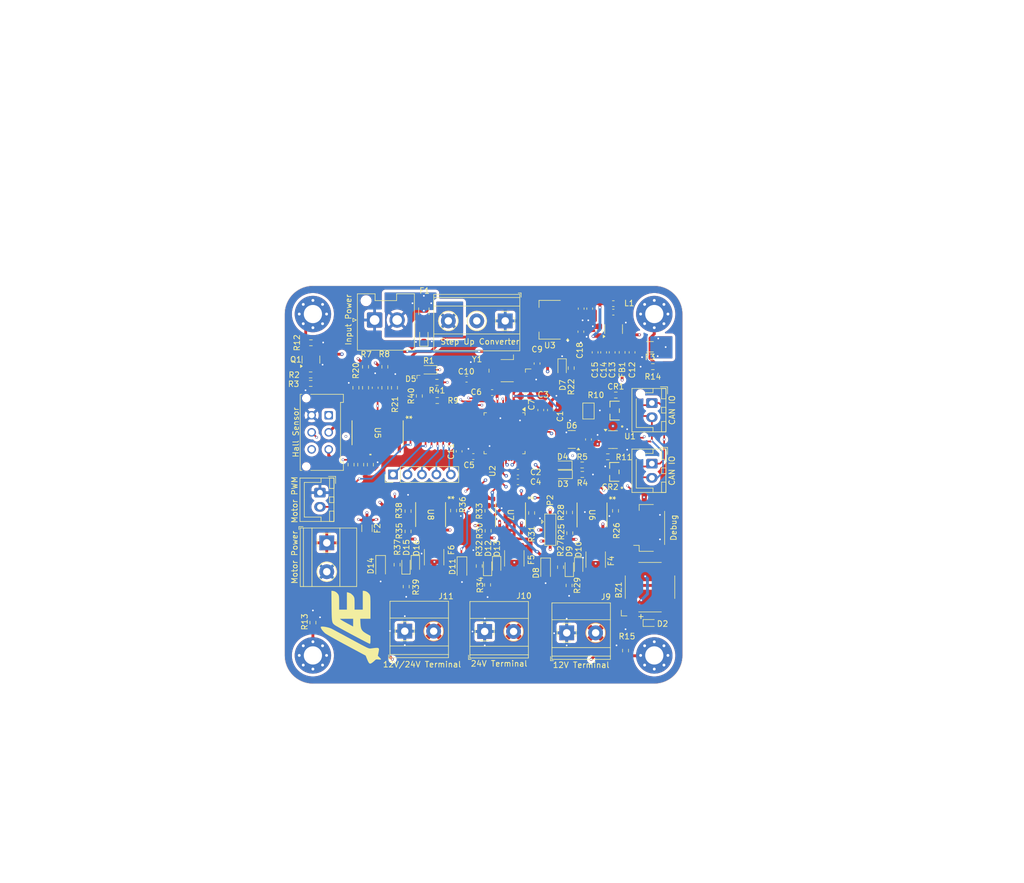
<source format=kicad_pcb>
(kicad_pcb (version 20241229) (generator "pcbnew") (generator_version "9.0")
  (layers (0 "F.Cu" power) (4 "In1.Cu" power) (6 "In2.Cu" power) (2 "B.Cu" power) (13 "F.Paste" user) (15 "B.Paste" user) (5 "F.SilkS" user "F.Silkscreen") (7 "B.SilkS" user "B.Silkscreen") (1 "F.Mask" user) (3 "B.Mask" user) (25 "Edge.Cuts" user))
  (net 0 "")
  (net 1 "+3V3")
  (net 2 "Net-(BZ1-+)")
  (net 3 "Earth")
  (net 4 "Net-(C12-Pad2)")
  (net 5 "5V")
  (net 6 "Net-(U2-VCAP)")
  (net 7 "/OSC_IN")
  (net 8 "/OSC_OUT")
  (net 9 "/CAN_L")
  (net 10 "/CAN_H")
  (net 11 "/SOL1_OUT")
  (net 12 "Net-(D3-K)")
  (net 13 "+10V")
  (net 14 "/SOL3_OUT")
  (net 15 "JMPR")
  (net 16 "/SOL2_OUT")
  (net 17 "/SOL1_SENSE")
  (net 18 "/CAN_RX")
  (net 19 "/CAN_TX")
  (net 20 "/LED_B")
  (net 21 "/LED_G")
  (net 22 "/LED_R")
  (net 23 "Net-(D4-K)")
  (net 24 "/LED_TX")
  (net 25 "/LED_RX")
  (net 26 "Net-(D7-A)")
  (net 27 "/SOL2_SENSE")
  (net 28 "/SOL3_SENSE")
  (net 29 "+24V")
  (net 30 "V_input")
  (net 31 "Net-(F6-Pad2)")
  (net 32 "Net-(D9-K)")
  (net 33 "Net-(D12-K)")
  (net 34 "Net-(H1-Pad1)")
  (net 35 "Net-(H2-Pad1)")
  (net 36 "Net-(H3-Pad1)")
  (net 37 "Net-(H4-Pad1)")
  (net 38 "/NRST")
  (net 39 "/SW_DIO")
  (net 40 "/BOOT0")
  (net 41 "/SW_CLK")
  (net 42 "/pull_1")
  (net 43 "/pull_3")
  (net 44 "/pull_2")
  (net 45 "Net-(D15-K)")
  (net 46 "/MOTOR_PWM")
  (net 47 "Net-(Q1-B)")
  (net 48 "/BUZZER")
  (net 49 "Net-(F4-Pad2)")
  (net 50 "/Hall Sensor Buffer/HALL3")
  (net 51 "/Hall Sensor Buffer/HALL2")
  (net 52 "/Hall Sensor Buffer/HALL1")
  (net 53 "/SOL1")
  (net 54 "/SOL2")
  (net 55 "/SOL3")
  (net 56 "Net-(F5-Pad2)")
  (net 58 "Net-(JP1-B)")
  (net 62 "/HALL2_buff")
  (net 63 "/HALL1_buff")
  (net 69 "/HALL3_buff")
  (net 71 "Net-(U6-MULTISENSE)")
  (net 72 "Net-(U7-MULTISENSE)")
  (net 73 "Net-(U8-MULTISENSE)")
  (net 74 "Net-(J7-Pin_1)")
  (net 78 "Net-(D5-BK)")
  (net 79 "Net-(D5-GK)")
  (net 80 "Net-(D5-RK)")
  (net 81 "/PB0")
  (net 82 "/PB10")
  (net 83 "/PB2")
  (net 84 "/PA7")
  (net 85 "/PB1")
  (net 86 "Net-(U9-EN)")
  (net 87 "Net-(U9-BST)")
  (net 88 "Net-(U9-SW)")
  (footprint "Resistor_SMD:R_0603_1608Metric_Pad0.98x0.95mm_HandSolder" (layer "F.Cu") (at 87.642518 87.954001 -90)
    (property "Reference" "R18" (hide yes))
    (property "Value" "10k" (hide yes))
  )
  (footprint "Capacitor_SMD:C_0603_1608Metric_Pad1.08x0.95mm_HandSolder" (layer "F.Cu") (at 102 86.45 180)
    (property "Reference" "C10")
    (property "Value" "18p" (hide yes))
  )
  (footprint "Capacitor_SMD:C_0603_1608Metric_Pad1.08x0.95mm_HandSolder" (layer "F.Cu") (at 122.15 74.05 -90)
    (property "Reference" "C17" (hide yes))
    (property "Value" "10u" (hide yes))
  )
  (footprint "Connector_JST:JST_XH_B2B-XH-AM_1x02_P2.50mm_Vertical" (layer "F.Cu") (at 134.580767 90.638751 -90)
    (property "Reference" "CAN IO")
    (property "Value" "CAN input" (hide yes))
  )
  (footprint "ESD2CAN36-Q1:SOT-23-3_DBZ_TEX" (layer "F.Cu") (at 128.035767 91.969751 90)
    (property "Reference" "CR1")
    (property "Value" "ESD2CAN36DBZRQ1" (hide yes))
  )
  (footprint "Resistor_SMD:R_0603_1608Metric_Pad0.98x0.95mm_HandSolder" (layer "F.Cu") (at 128.189517 109.590001 -90)
    (property "Reference" "R26")
    (property "Value" "15k" (hide yes))
  )
  (footprint "Capacitor_SMD:C_0603_1608Metric_Pad1.08x0.95mm_HandSolder" (layer "F.Cu") (at 100.7 99.13 90)
    (property "Reference" "C11")
    (property "Value" "4u7" (hide yes))
  )
  (footprint "Package_QFP:LQFP-48_7x7mm_P0.5mm" (layer "F.Cu") (at 108.684517 95.952501 -90)
    (property "Reference" "U2")
    (property "Value" "STM32U575CGTx" (hide yes))
  )
  (footprint "LED_SMD:LED_0603_1608Metric_Pad1.05x0.95mm_HandSolder" (layer "F.Cu") (at 91.360483 119.055 90)
    (property "Reference" "D15")
    (property "Value" "LED" (hide yes))
  )
  (footprint "LED_SMD:LED_Lumex_SML-LX0404SIUPGUSB" (layer "F.Cu") (at 94.1 86.6)
    (property "Reference" "D5")
    (property "Value" "LED_ARBG" (hide yes))
  )
  (footprint "Resistor_SMD:R_0603_1608Metric" (layer "F.Cu") (at 96.8 87 180)
    (property "Reference" "R41")
    (property "Value" "56" (hide yes))
  )
  (footprint "TerminalBlock_Phoenix:TerminalBlock_Phoenix_MKDS-1,5-2-5.08_1x02_P5.08mm_Horizontal" (layer "F.Cu") (at 91.144517 130.740001)
    (property "Reference" "J11")
    (property "Value" "12V/24V Terminal")
  )
  (footprint "Fuse:Fuse_1206_3216Metric" (layer "F.Cu") (at 134.25 80.75 180)
    (property "Reference" "F3")
    (property "Value" "Fuse" (hide yes))
  )
  (footprint "Capacitor_SMD:C_0603_1608Metric_Pad1.08x0.95mm_HandSolder" (layer "F.Cu") (at 127.8 74.670098 180)
    (property "Reference" "C19" (hide yes))
    (property "Value" "0.1u" (hide yes))
  )
  (footprint "Jumper:SolderJumper-2_P1.3mm_Open_TrianglePad1.0x1.5mm" (layer "F.Cu") (at 123.435767 92.041251 90)
    (property "Reference" "JP1" (hide yes))
    (property "Value" "SolderJumper_2_Open" (hide yes))
  )
  (footprint "Resistor_SMD:R_0603_1608Metric_Pad0.98x0.95mm_HandSolder" (layer "F.Cu") (at 122.3525 103.19)
    (property "Reference" "R4")
    (property "Value" "~" (hide yes))
  )
  (footprint "TerminalBlock_Phoenix:TerminalBlock_Phoenix_MKDS-1,5-2-5.08_1x02_P5.08mm_Horizontal" (layer "F.Cu") (at 105.189517 130.790001)
    (property "Reference" "J10")
    (property "Value" "24V Terminal")
  )
  (footprint "MountingHole:MountingHole_3.2mm_M3_Pad_Via" (layer "F.Cu") (at 75 135)
    (property "Reference" "H2" (hide yes))
    (property "Value" "MountingHole_Pad" (hide yes))
  )
  (footprint "AESIR LOGO:AESIR LOGO" (layer "F.Cu") (at 81.9 130 90)
    (property "Reference" "G***" (hide yes))
    (property "Value" "LOGO" (hide yes))
  )
  (footprint "Resistor_SMD:R_0603_1608Metric" (layer "F.Cu") (at 105.7 122.6 -90)
    (property "Reference" "R34")
    (property "Value" "100" (hide yes))
  )
  (footprint "MountingHole:MountingHole_3.2mm_M3_Pad_Via" (layer "F.Cu") (at 135 75)
    (property "Reference" "H3" (hide yes))
    (property "Value" "MountingHole_Pad" (hide yes))
  )
  (footprint "VN7050ASTR:SOIC_050ASTR_STM" (layer "F.Cu") (at 109.734517 110.285001 -90)
    (property "Reference" "U7")
    (property "Value" "VN7050ASTR" (hide yes))
  )
  (footprint "Resistor_SMD:R_0603_1608Metric_Pad0.98x0.95mm_HandSolder" (layer "F.Cu") (at 81.705613 101.470815 -90)
    (property "Reference" "R6" (hide yes))
    (property "Value" "10k" (hide yes))
  )
  (footprint "TerminalBlock_Phoenix:TerminalBlock_Phoenix_MKDS-1,5-2-5.08_1x02_P5.08mm_Horizontal" (layer "F.Cu") (at 77.434517 115.210001 -90)
    (property "Reference" "Motor Power")
    (property "Value" "Motor Terminal" (hide yes))
  )
  (footprint "Diode_SMD:D_SOD-523" (layer "F.Cu") (at 134.3 129.3)
    (property "Reference" "D2")
    (property "Value" "D" (hide yes))
  )
  (footprint "Connector_JST:JST_XH_B2B-XH-A_1x02_P2.50mm_Vertical" (layer "F.Cu") (at 76.234517 106.390001 -90)
    (property "Reference" "Motor PWM")
    (property "Value" "PWM" (hide yes))
  )
  (footprint "Resistor_SMD:R_0603_1608Metric_Pad0.98x0.95mm_HandSolder" (layer "F.Cu") (at 120.102017 109.877501 -90)
    (property "Reference" "R28")
    (property "Value" "1k" (hide yes))
  )
  (footprint "Package_TO_SOT_SMD:SOT-223-3_TabPin2" (layer "F.Cu") (at 116.65 76 180)
    (property "Reference" "U3")
    (property "Value" "AMS1117-3.3" (hide yes))
  )
  (footprint "Resistor_SMD:R_0603_1608Metric_Pad0.98x0.95mm_HandSolder" (layer "F.Cu") (at 128.235767 89.241251 180)
    (property "Reference" "R10")
    (property "Value" "120" (hide yes))
  )
  (footprint "Capacitor_SMD:C_0603_1608Metric_Pad1.08x0.95mm_HandSolder" (layer "F.Cu") (at 122.1 78.1 -90)
    (property "Reference" "C18")
    (property "Value" "22u" (hide yes))
  )
  (footprint "LED_SMD:LED_0603_1608Metric_Pad1.05x0.95mm_HandSolder" (layer "F.Cu") (at 118.884999 101.57 180)
    (property "Reference" "D4")
    (property "Value" "rx" (hide yes))
  )
  (footprint "Fuse:Fuse_1206_3216Metric" (layer "F.Cu") (at 84.5 112.65 -90)
    (property "Reference" "F2")
    (property "Value" "5A" (hide yes))
  )
  (footprint "Capacitor_SMD:C_0603_1608Metric_Pad1.08x0.95mm_HandSolder" (layer "F.Cu") (at 126.1 81.732598 -90)
    (property "Reference" "C14")
    (property "Value" "10u" (hide yes))
  )
  (footprint "Diode_SMD:D_0603_1608Metric_Pad1.05x0.95mm_HandSolder" (layer "F.Cu") (at 121.7 119.460001 -90)
    (property "Reference" "D10")
    (property "Value" "28V" (hide yes))
  )
  (footprint "Capacitor_SMD:C_0603_1608Metric_Pad1.08x0.95mm_HandSolder" (layer "F.Cu") (at 115.052017 91.868789 90)
    (property "Reference" "C7")
    (property "Value" "100n" (hide yes))
  )
  (footprint "Diode_SMD:D_0603_1608Metric_Pad1.05x0.95mm_HandSolder" (layer "F.Cu") (at 94.5 79 90)
    (property "Reference" "D1" (hide yes))
    (property "Value" "28V" (hide yes))
  )
  (footprint "Connector_Molex:Molex_Micro-Fit_3.0_43045-0612_2x03_P3.00mm_Vertical" (layer "F.Cu") (at 77.774517 92.790001 -90)
    (property "Reference" "Hall Sensor")
    (property "Value" "Hall sensor" (hide yes))
  )
  (footprint "Fuse:Fuse_1812_4532Metric" (layer "F.Cu") (at 110.4 117.9375 90)
    (property "Reference" "F5")
    (property "Value" "2.0 A" (hide yes))
  )
  (footprint "Diode_SMD:D_SOD-323_HandSoldering" (layer "F.Cu") (at 115.9 119.892501 -90)
    (property "Reference" "D8")
    (property "Value" "3V" (hide yes))
  )
  (footprint "Connector_JST:JST_SH_SM06B-SRSS-TB_1x06-1MP_P1.00mm_Horizontal" (layer "F.Cu") (at 134.134517 112.590001 90)
    (property "Reference" "Debug")
    (property "Value" "jst_sh 4" (hide yes))
  )
  (footprint "Diode_SMD:D_0603_1608Metric_Pad1.05x0.95mm_HandSolder" (layer "F.Cu") (at 107.29 119.265001 -90)
    (property "Reference" "D13")
    (property "Value" "28V" (hide yes))
  )
  (footprint "Capacitor_SMD:C_0603_1608Metric_Pad1.08x0.95mm_HandSolder" (layer "F.Cu") (at 123.435767 97.041251 -90)
    (property "Reference" "C8" (hide yes))
    (property "Value" "0.1u" (hide yes))
  )
  (footprint "Resistor_SMD:R_0603_1608Metric_Pad0.98x0.95mm_HandSolder" (layer "F.Cu") (at 134.75 84.25)
    (property "Reference" "R14")
    (property "Value" "1M" (hide yes))
  )
  (footprint "Capacitor_SMD:C_0603_1608Metric_Pad1.08x0.95mm_HandSolder" (layer "F.Cu") (at 125.35 78.05 90)
    (property "Reference" "C21" (hide yes))
    (property "Value" "22u" (hide yes))
  )
  (footprint "TerminalBlock_Phoenix:TerminalBlock_Phoenix_MKDS-1,5-2-5.08_1x02_P5.08mm_Horizontal" (layer "F.Cu") (at 119.609517 131.030001)
    (property "Reference" "J9")
    (property "Value" "12V Terminal")
  )
  (footprint "Resistor_SMD:R_0603_1608Metric" (layer "F.Cu") (at 120.03 122.7 -90)
    (property "Reference" "R29")
    (property "Value" "100" (hide yes))
  )
  (footprint "Resistor_SMD:R_0603_1608Metric_Pad0.98x0.95mm_HandSolder" (layer "F.Cu") (at 89.339574 87.954001 90)
    (property "Reference" "R21")
    (property "Value" "15k" (hide yes))
  )
  (footprint "Resistor_SMD:R_0603_1608Metric" (layer "F.Cu") (at 93.7 89.4 90)
    (property "Reference" "R40")
    (property "Value" "22" (hide yes))
  )
  (footprint "Fuse:Fuse_1206_3216Metric" (layer "F.Cu") (at 94.5 74.5 -90)
    (property "Reference" "F1")
    (property "Value" "15A")
  )
  (footprint "Buzzer_Beeper:MagneticBuzzer_CUI_CMT-8504-100-SMT" (layer "F.Cu") (at 134.25 123 90)
    (property "Reference" "BZ1")
    (property "Value" "CMT-8504-100" (hide yes))
  )
  (footprint "Capacitor_SMD:C_0603_1608Metric_Pad1.08x0.95mm_HandSolder" (layer "F.Cu") (at 85.945462 87.954001 -90)
    (property "Reference" "C20" (hide yes))
    (property "Value" "0.1u" (hide yes))
  )
  (footprint "Capacitor_SMD:C_0603_1608Metric_Pad1.08x0.95mm_HandSolder" (layer "F.Cu") (at 114.4 83.7 -90)
    (property "Reference" "C9")
    (property "Value" "18p" (hide yes))
  )
  (footprint "Inductor_SMD:L_0603_1608Metric_Pad1.05x0.95mm_HandSolder" (layer "F.Cu") (at 127.8 73.170098 180)
    (property "Reference" "L1")
    (property "Value" "4.7uH" (hide yes))
  )
  (footprint "Capacitor_SMD:C_0603_1608Metric_Pad1.08x0.95mm_HandSolder" (layer "F.Cu") (at 127.6 81.732598 -90)
    (property "Reference" "C13")
    (property "Value" "1u" (hide yes))
  )
  (footprint "Capacitor_SMD:C_0603_1608Metric_Pad1.08x0.95mm_HandSolder" (layer "F.Cu") (at 111.034517 104.487058 180)
    (property "Reference" "C4")
    (property "Value" "100n" (hide yes))
  )
  (footprint "Resistor_SMD:R_0603_1608Metric_Pad0.98x0.95mm_HandSolder" (layer "F.Cu") (at 84.248405 87.954001 -90)
    (property "Reference" "R17" (hide yes))
    (property "Value" "10k" (hide yes))
  )
  (footprint "Resistor_SMD:R_0603_1608Metric_Pad0.98x0.95mm_HandSolder" (layer "F.Cu") (at 118.53 119.4925 90)
    (property "Reference" "R27")
    (property "Value" "47k" (hide yes))
  )
  (footprint "Resistor_SMD:R_0603_1608Metric_Pad0.98x0.95mm_HandSolder" (layer "F.Cu") (at 84.248405 84.277046 -90)
    (property "Reference" "R7")
    (property "Value" "10k" (hide yes))
  )
  (footprint "Resistor_SMD:R_0603_1608Metric_Pad0.98x0.95mm_HandSolder" (layer "F.Cu") (at 74.6 85.7 180)
    (property "Reference" "R2")
    (property "Value" "470" (hide yes))
  )
  (footprint "Resistor_SMD:R_0603_1608Metric_Pad0.98x0.95mm_HandSolder" (layer "F.Cu") (at 74.6125 87.190001)
    (property "Reference" "R3")
    (property "Value" "10k" (hide yes))
  )
  (footprint "Fuse:Fuse_1812_4532Metric" (layer "F.Cu") (at 96.3 117.7375 90)
    (property "Reference" "F6")
    (property "Value" "2.0 A" (hide yes))
  )
  (footprint "LED_SMD:LED_0603_1608Metric_Pad1.05x0.95mm_HandSolder" (layer "F.Cu") (at 118.934517 103.190001 180)
    (property "Reference" "D3")
    (property "Value" "tx" (hide yes))
  )
  (footprint "Resistor_SMD:R_0603_1608Metric_Pad0.98x0.95mm_HandSolder" (layer "F.Cu") (at 120.154517 113.5 -90)
    (property "Reference" "R25")
    (property "Value" "47k" (hide yes))
  )
  (footprint "Connector_JST:JST_XH_B2B-XH-AM_1x02_P2.50mm_Vertical" (layer "F.Cu") (at 134.580767 101.291251 -90)
    (property "Reference" "CAN IO")
    (property "Value" "CAN out (optional)")
  )
  (footprint "Resistor_SMD:R_0603_1608Metric_Pad0.98x0.95mm_HandSolder" (layer "F.Cu") (at 87.642518 84.277046 -90)
    (property "Reference" "R8")
    (property "Value" "10k" (hide yes))
  )
  (footprint "Resistor_SMD:R_0603_1608Metric_Pad0.98x0.95mm_HandSolder" (layer "F.Cu") (at 113.45 109.9625 -90)
    (property "Reference" "R31")
    (property "Value" "15k" (hide yes))
  )
  (footprint "MountingHole:MountingHole_3.2mm_M3_Pad_Via" (layer "F.Cu") (at 75 75)
    (property "Reference" "H1" (hide yes))
    (property "Value" "MountingHole_Pad" (hide yes))
  )
  (footprint "Package_TO_SOT_SMD:TSOT-23-6" (layer "F.Cu") (at 127.85 77.6375 90)
    (property "Reference" "U9" (hide yes))
    (property "Value" "AP63205WU" (hide yes))
  )
  (footprint "Capacitor_SMD:C_0603_1608Metric_Pad1.08x0.95mm_HandSolder" (layer "F.Cu") (at 124.6 81.732598 -90)
    (property "Reference" "C15")
    (property "Value" "100n" (hide yes))
  )
  (footprint "LED_SMD:LED_0603_1608Metric_Pad1.05x0.95mm_HandSolder" (layer "F.Cu") (at 118.8 84.525 -90)
    (property "Reference" "D7")
    (property "Value" "LED" (hide yes))
  )
  (footprint "LED_SMD:LED_0603_1608Metric_Pad1.05x0.95mm_HandSolder" (layer "F.Cu") (at 120.07 119.485 90)
    (property "Reference" "D9")
    (property "Value" "LED" (hide yes))
  )
  (footprint "LMV324AIDR:D14_TEX" (layer "F.Cu") (at 86.372518 95.862947 -90)
    (property "Reference" "U5")
    (property "Value" "LMV324AIDR" (hide yes))
  )
  (footprint "Resistor_SMD:R_0603_1608Metric_Pad0.98x0.95mm_HandSolder" (layer "F.Cu") (at 91.724517 113.2 -90)
    (property "Reference" "R35")
    (property "Value" "47k" (hide yes))
  )
  (footprint "Jumper:SolderJumper-3_P2.0mm_Open_TrianglePad1.0x1.5mm" (layer "F.Cu") (at 116.7 112.9 -90)
    (property "Reference" "JP2")
    (property "Value" "Solder jumper" (hide yes))
  )
  (footprint "Diode_SMD:D_0603_1608Metric_Pad1.05x0.95mm_HandSolder" (layer "F.Cu") (at 93.010483 119.1 -90)
    (property "Reference" "D16")
    (property "Value" "28V" (hide yes))
  )
  (footprint "Capacitor_SMD:C_0603_1608Metric_Pad1.08x0.95mm_HandSolder" (layer "F.Cu") (at 111.034517 102.790001 180)
    (property "Reference" "C2")
    (property "Value" "4u7" (hide yes))
  )
  (footprint "Inductor_SMD:L_0603_1608Metric_Pad1.05x0.95mm_HandSolder" (layer "F.Cu") (at 129.35 81.732598 90)
    (property "Reference" "FB1")
    (property "Value" "BLM18KG102SN1D" (hide yes))
  )
  (footprint "Connector_JST:JST_VH_B2P-VH-FB-B_1x02_P3.96mm_Vertical" (layer "F.Cu") (at 85.8425 76.05)
    (property "Reference" "Input Power")
    (property "Value" "INPUT" (hide yes))
  )
  (footprint "Resistor_SMD:R_0603_1608Metric_Pad0.98x0.95mm_HandSolder" (layer "F.Cu") (at 104.234517 119.285001 90)
    (property "Reference" "R32")
    (property "Value" "47k" (hide yes))
  )
  (footprint "Resistor_SMD:R_0603_1608Metric" (layer "F.Cu") (at 91.4 122.9 -90)
    (property "Reference" "R39")
    (property "Value" "100" (hide yes))
  )
  (footprint "VN7050ASTR:SOIC_050ASTR_STM" (layer "F.Cu") (at 124.059517 110.309151 -90)
    (property "Reference" "U6")
    (property "Value" "VN7050ASTR" (hide yes))
  )
  (footprint "Capacitor_SMD:C_0603_1608Metric_Pad1.08x0.95mm_HandSolder" (layer "F.Cu") (at 106.5 88.8 180)
    (property "Reference" "C6")
    (property "Value" "100n" (hide yes))
  )
  (footprint "Package_TO_SOT_SMD:SOT-23" (layer "F.Cu") (at 120.498267 97.041251 180)
    (property "Reference" "D6")
    (property "Value" "SZNUP2105L" (hide yes))
  )
  (footprint "LED_SMD:LED_0603_1608Metric_Pad1.05x0.95mm_HandSolder" (layer "F.Cu") (at 105.7 119.325 90)
    (property "Reference" "D12")
    (property "Value" "LED" (hide yes))
  )
  (footprint "VN7050ASTR:SOIC_050ASTR_STM" (layer "F.Cu") (at 95.689517 110.240001 -90)
    (property "Reference" "U8")
    (property "Value" "VN7050ASTR" (hide yes))
  )
  (footprint "Resistor_SMD:R_0603_1608Metric_Pad0.98x0.95mm_HandSolder" (layer "F.Cu") (at 129.95 134.15 -90)
    (property "Reference" "R15")
    (property "Value" "1M" (hide yes))
  )
  (footprint "Resistor_SMD:R_0603_1608Metric_Pad0.98x0.95mm_HandSolder" (layer "F.Cu") (at 126.834517 100.090001)
    (property "Reference" "R11")
    (property "Value" "10k" (hide yes))
  )
  (footprint "Resistor_SMD:R_0603_1608Metric_Pad0.98x0.95mm_HandSolder" (layer "F.Cu") (at 105.769517 109.590001 -90)
    (property "Reference" "R33")
    (property "Value" "1k" (hide yes))
  )
  (footprint "Diode_SMD:D_SOD-323_HandSoldering" (layer "F.Cu") (at 101.2 119.680001 -90)
    (property "Reference" "D11")
    (property "Value" "3V" (hide yes))
  )
  (footprint "Resistor_SMD:R_0603_1608Metric_Pad0.98x0.95mm_HandSolder" (layer "F.Cu") (at 99.724517 109.545001 -90)
    (property "Reference" "R36")
    (property "Value" "15k" (hide yes))
  )
  (footprint "Resistor_SMD:R_0603_1608Metric_Pad0.98x0.95mm_HandSolder" (layer "F.Cu") (at 75 129.2375 -90)
    (property "Reference" "R13")
    (property "Value" "1M" (hide yes))
  )
  (footprint "Resistor_SMD:R_0603_1608Metric_Pad0.98x0.95mm_HandSolder" (layer "F.Cu") (at 82.551349 87.954001 90)
    (property "Reference" "R20")
    (property "Value" "15k" (hide yes))
  )
  (footprint "LED_SMD:LED_0603_1608Metric" (layer "F.Cu") (at 95.3125 84.8 180)
    (property "Reference" "R1")
    (property "Value" "56" (hide yes))
  )
  (footprint "Connector_PinHeader_2.54mm:PinHeader_1x05_P2.54mm_Vertical" (layer "F.Cu") (at 89.085 103.2 90)
    (property "Reference" "J12" (hide yes))
    (property "Value" "Extra NF" (hide yes))
  )
  (footprint "Capacitor_SMD:C_0603_1608Metric_Pad1.08x0.95mm_HandSolder" (layer "F.Cu") (at 116.749073 91.868789 90)
    (property "Reference" "C1")
    (property "Value" "4u7" (hide yes))
  )
  (footprint "Diode_SMD:D_SOD-323_HandSoldering" (layer "F.Cu") (at 86.9 119.45 -90)
    (property "Reference" "D14")
    (property "Value" "3V" (hide yes))
  )
  (footprint "Capacitor_SMD:C_0603_1608Metric_Pad1.08x0.95mm_HandSolder" (layer "F.Cu") (at 112.365008 89.450654)
    (property "Reference" "C3")
    (property "Value" "100n" (hide yes))
  )
  (footprint "Crystal:Crystal_SMD_0603-4Pin_6.0x3.5mm_HandSoldering" (layer "F.Cu") (at 109.150001 84.95 180)
    (property "Reference" "Y1")
    (property "Value" "48MHz" (hide yes))
  )
  (footprint "Resistor_SMD:R_0603_1608Metric_Pad0.98x0.95mm_HandSolder" (layer "F.Cu") (at 96.85 90.2 180)
    (property "Reference" "R9")
    (property "Value" "10k" (hide yes))
  )
  (footprint "TerminalBlock_Phoenix:TerminalBlock_Phoenix_MKDS-1,5-3_1x03_P5.00mm_Horizontal" (layer "F.Cu") (at 108.8 76.2 180)
    (property "Reference" "Step Up Converter")
    (property "Value" "Step Up Terminal" (hide yes))
  )
  (footprint "Resistor_SMD:R_0603_1608Metric_Pad0.98x0.95mm_HandSolder" (layer "F.Cu") (at 105.8 113.1 -90)
    (property "Reference" "R30")
    (property "Value" "47k" (hide yes))
  )
  (footprint "Resistor_SMD:R_0603_1608Metric_Pad0.98x0.95mm_HandSolder" (layer "F.Cu") (at 89.8 119.055 90)
    (property "Reference" "R37")
    (property "Value" "47k" (hide yes))
  )
  (footprint "MountingHole:MountingHole_3.2mm_M3_Pad_Via" (layer "F.Cu") (at 135 135)
    (property "Reference" "H4" (hide yes))
    (property "Value" "MountingHole_Pad" (hide yes))
  )
  (footprint "Package_TO_SOT_SMD:TSOT-23-8" (layer "F.Cu") (at 127.735767 97.066251)
    (property "Reference" "U1")
    (property "Value" "TCAN334GDCN" (hide yes))
  )
  (footprint "Fuse:Fuse_1812_4532Metric" (layer "F.Cu") (at 124.7 118.1625 90)
    (property "Reference" "F4")
    (property "Value" "2.0 A" (hide yes))
  )
  (footprint "Resistor_SMD:R_0603_1608Metric_Pad0.98x0.95mm_HandSolder" (layer "F.Cu") (at 122.322017 101.53)
    (property "Reference" "R5")
    (property "Value" "~" (hide yes))
  )
  (footprint "Capacitor_SMD:C_0603_1608Metric_Pad1.08x0.95mm_HandSolder" (layer "F.Cu") (at 131.1 81.732598 90)
    (property "Reference" "C12")
    (property "Value" "1u" (hide yes))
  )
  (footprint "Resistor_SMD:R_0603_1608Metric_Pad0.98x0.95mm_HandSolder" (layer "F.Cu") (at 120.4 84.5 -90)
    (property "Reference" "R22")
    (property "Value" "1k" (hide yes))
  )
  (footprint "Capacitor_SMD:C_0603_1608Metric_Pad1.08x0.95mm_HandSolder" (layer "F.Cu") (at 123.65 74.05 -90)
    (property "Reference" "C16" (hide yes))
    (property "Value" "22u" (hide yes))
  )
  (footprint "Resistor_SMD:R_0603_1608Metric_Pad0.98x0.95mm_HandSolder" (layer "F.Cu") (at 74.65 80.05 180)
    (property "Reference" "R12")
    (property "Value" "1M" (hide yes))
  )
  (footprint "ESD2CAN36-Q1:SOT-23-3_DBZ_TEX" (layer "F.Cu") (at 127.985767 102.741252 90)
    (property "Reference" "CR2")
    (property "Value" "ESD2CAN36DBZRQ1" (hide yes))
  )
  (footprint "Resistor_SMD:R_0603_1608Metric_Pad0.98x0.95mm_HandSolder" (layer "F.Cu") (at 83.40267 101.470815 90)
    (property "Reference" "R16" (hide yes))
    (property "Value" "10k" (hide yes))
  )
  (footprint "Resistor_SMD:R_0603_1608Metric_Pad0.98x0.95mm_HandSolder" (layer "F.Cu") (at 91.724517 109.632501 90)
    (property "Reference" "R38")
    (property "Value" "1k" (hide yes))
  )
  (footprint "Resistor_SMD:R_0603_1608Metric_Pad0.98x0.95mm_HandSolder" (layer "F.Cu") (at 85.099726 101.470815 -90)
    (property "Reference" "R19" (hide yes))
    (property "Value" "15k" (hide yes))
  )
  (footprint "Package_TO_SOT_SMD:SOT-23" (layer "F.Cu") (at 74.65 83 90)
    (property "Reference" "Q1")
    (property "Value" "MMBT3904" (hide yes))
  )
  (footprint "Capacitor_SMD:C_0603_1608Metric_Pad1.08x0.95mm_HandSolder" (layer "F.Cu") (at 103.2 100.05 180)
    (property "Reference" "C5")
    (property "Value" "100n" (hide yes))
  )
  (gr_arc (start 135 70) (mid 138.535534 71.464466) (end 140 75) (stroke (width 0.05)) (layer "Edge.Cuts"))
  (gr_arc (start 70 75) (mid 71.464466 71.464466) (end 75 70) (stroke (width 0.05)) (layer "Edge.Cuts"))
  (gr_line (start 140 80) (end 140 75) (stroke (width 0.05)) (layer "Edge.Cuts"))
  (gr_arc (start 140 135) (mid 138.535534 138.535534) (end 135 140) (stroke (width 0.05)) (layer "Edge.Cuts"))
  (gr_line (start 135 70) (end 75 70) (stroke (width 0.05)) (layer "Edge.Cuts"))
  (gr_line (start 75 140) (end 135 140) (stroke (width 0.05)) (layer "Edge.Cuts"))
  (gr_arc (start 75 140) (mid 71.464466 138.535534) (end 70 135) (stroke (width 0.05)) (layer "Edge.Cuts"))
  (gr_line (start 70 75) (end 70 135) (stroke (width 0.05)) (layer "Edge.Cuts"))
  (gr_line (start 140 135) (end 140 80) (stroke (width 0.05)) (layer "Edge.Cuts"))
  (segment (start 111.897018 104.487058) (end 113.087058 104.487058) (width 0.3) (layer "F.Cu") (net 1))
  (segment (start 95.1375 89.4) (end 92.9 89.4) (width 0.3) (layer "F.Cu") (net 1))
  (segment (start 92.45 88.95) (end 92.45 86.75) (width 0.3) (layer "F.Cu") (net 1))
  (segment (start 123.435767 97.903751) (end 124.973267 97.903751) (width 0.5) (layer "F.Cu") (net 1))
  (segment (start 92.45 86.75) (end 93.025 86.175) (width 0.3) (layer "F.Cu") (net 1))
  (segment (start 126.598267 97.391251) (end 127.433267 97.391251) (width 0.3) (layer "F.Cu") (net 1))
  (segment (start 111.434518 89.518643) (end 111.434518 91.790001) (width 0.3) (layer "F.Cu") (net 1))
  (segment (start 110.25 89.4) (end 111.451853 89.4) (width 0.3) (layer "F.Cu") (net 1))
  (segment (start 92.9 89.4) (end 92.45 88.95) (width 0.3) (layer "F.Cu") (net 1))
  (segment (start 133.4 121.1) (end 133.4 116.355484) (width 0.5) (layer "F.Cu") (net 1))
  (segment (start 119.8 76) (end 113.5 76) (width 0.5) (layer "F.Cu") (net 1))
  (segment (start 107.434518 91.790001) (end 107.434518 89.9) (width 0.3) (layer "F.Cu") (net 1))
  (segment (start 104.522017 98.702501) (end 104.522017 99.590484) (width 0.3) (layer "F.Cu") (net 1))
  (segment (start 107.434518 89.9) (end 107.434518 88.872017) (width 0.3) (layer "F.Cu") (net 1))
  (segment (start 111.434517 102.3275) (end 111.897018 102.790001) (width 0.3) (layer "F.Cu") (net 1))
  (segment (start 132.7 125.3) (end 131.5 126.5) (width 0.5) (layer "F.Cu") (net 1))
  (segment (start 124.973267 97.903751) (end 125.035767 97.841251) (width 0.5) (layer "F.Cu") (net 1))
  (segment (start 133.4 116.355484) (end 132.134517 115.090001) (width 0.5) (layer "F.Cu") (net 1))
  (segment (start 127.433267 97.391251) (end 127.734517 97.090001) (width 0.3) (layer "F.Cu") (net 1))
  (segment (start 126.598267 97.391251) (end 125.485767 97.391251) (width 0.3) (layer "F.Cu") (net 1))
  (segment (start 93.025 86.175) (end 93.675 86.175) (width 0.3) (layer "F.Cu") (net 1))
  (segment (start 120.8625 76) (end 122.1 77.2375) (width 0.5) (layer "F.Cu") (net 1))
  (segment (start 127.734517 97.090001) (end 127.734517 94.690001) (width 0.3) (layer "F.Cu") (net 1))
  (segment (start 111.451853 89.4) (end 111.502507 89.450654) (width 0.3) (layer "F.Cu") (net 1))
  (segment (start 125.7 105.55) (end 126.1 105.95) (width 0.3) (layer "F.Cu") (net 1))
  (segment (start 95.9375 90.2) (end 95.1375 89.4) (width 0.3) (layer "F.Cu") (net 1))
  (segment (start 104.522017 99.590484) (end 104.062501 100.05) (width 0.3) (layer "F.Cu") (net 1))
  (segment (start 113.087058 104.487058) (end 114.15 105.55) (width 0.3) (layer "F.Cu") (net 1))
  (segment (start 115.052017 92.73129) (end 114.580806 93.2025) (width 0.3) (layer "F.Cu") (net 1))
  (segment (start 107.434518 88.872017) (end 107.362501 88.8) (width 0.3) (layer "F.Cu") (net 1))
  (segment (start 111.502507 89.450654) (end 111.434518 89.518643) (width 0.3) (layer "F.Cu") (net 1))
  (segment (start 131.5 126.5) (end 130.75 126.5) (width 0.5) (layer "F.Cu") (net 1))
  (segment (start 115.052017 92.73129) (end 116.749073 92.73129) (width 0.3) (layer "F.Cu") (net 1))
  (segment (start 118 91.480363) (end 116.749073 92.73129) (width 0.3) (layer "F.Cu") (net 1))
  (segment (start 114.580806 93.2025) (end 112.847017 93.2025) (width 0.3) (layer "F.Cu") (net 1))
  (segment (start 111.434517 100.115001) (end 111.434517 102.3275) (width 0.3) (layer "F.Cu") (net 1))
  (segment (start 119.8 76) (end 120.8625 76) (width 0.5) (layer "F.Cu") (net 1))
  (segment (start 125.485767 97.391251) (end 125.035767 97.841251) (width 0.3) (layer "F.Cu") (net 1))
  (segment (start 111.897018 104.487058) (end 111.897018 102.790001) (width 0.3) (layer "F.Cu") (net 1))
  (segment (start 114.15 105.55) (end 125.7 105.55) (width 0.3) (layer "F.Cu") (net 1))
  (via (at 110.25 89.4) (size 0.45) (drill 0.3) (layers "F.Cu" "B.Cu") (net 1))
  (via (at 133.2 107.2) (size 0.45) (drill 0.3) (layers "F.Cu" "B.Cu") (net 1))
  (via (at 127.734517 94.690001) (size 0.6) (drill 0.3) (layers "F.Cu" "B.Cu") (net 1))
  (via (at 133.4 121.1) (size 0.45) (drill 0.3) (layers "F.Cu" "B.Cu") (net 1))
  (via (at 126.1 105.95) (size 0.45) (drill 0.3) (layers "F.Cu" "B.Cu") (net 1))
  (via (at 107.434518 89.9) (size 0.45) (drill 0.3) (layers "F.Cu" "B.Cu") (net 1))
  (via (at 132.7 125.3) (size 0.45) (drill 0.3) (layers "F.Cu" "B.Cu") (net 1))
  (via (at 125.035767 97.841251) (size 0.45) (drill 0.3) (layers "F.Cu" "B.Cu") (net 1))
  (via (at 118 91.480363) (size 0.45) (drill 0.3) (layers "F.Cu" "B.Cu") (net 1))
  (segment (start 133.8 121.5) (end 133.4 121.1) (width 0.5) (layer "B.Cu") (net 1))
  (segment (start 133.8 124.2) (end 133.8 121.5) (width 0.5) (layer "B.Cu") (net 1))
  (segment (start 115.919637 89.4) (end 118 91.480363) (width 0.3) (layer "B.Cu") (net 1))
  (segment (start 132.7 125.3) (end 133.8 124.2) (width 0.5) (layer "B.Cu") (net 1))
  (segment (start 110.25 89.4) (end 115.919637 89.4) (width 0.3) (layer "B.Cu") (net 1))
  (segment (start 137.75 126.5) (end 137.75 126.55) (width 0.5) (layer "F.Cu") (net 2))
  (segment (start 87.238517 108.538517) (end 87.238517 115.011483) (width 0.5) (layer "F.Cu") (net 2))
  (segment (start 74.65 82.0625) (end 80.0875 82.0625) (width 0.5) (layer "F.Cu") (net 2))
  (segment (start 84 118.25) (end 84 130.7) (width 0.5) (layer "F.Cu") (net 2))
  (segment (start 127.75 124.65) (end 129.7 122.7) (width 0.5) (layer "F.Cu") (net 2))
  (segment (start 84 130.7) (end 89 135.7) (width 0.5) (layer "F.Cu") (net 2))
  (segment (start 86.775 108.075) (end 87.238517 108.538517) (width 0.5) (layer "F.Cu") (net 2))
  (segment (start 80.0875 82.0625) (end 80.1 82.05) (width 0.5) (layer "F.Cu") (net 2))
  (segment (start 87.238517 115.011483) (end 84 118.25) (width 0.5) (layer "F.Cu") (net 2))
  (segment (start 127.75 131.85) (end 127.75 124.65) (width 0.5) (layer "F.Cu") (net 2))
  (segment (start 129.7 122.7) (end 135.8 122.7) (width 0.5) (layer "F.Cu") (net 2))
  (segment (start 123.9 135.7) (end 127.75 131.85) (width 0.5) (layer "F.Cu") (net 2))
  (segment (start 137.75 126.55) (end 135 129.3) (width 0.5) (layer "F.Cu") (net 2))
  (segment (start 135.8 122.7) (end 137.75 124.65) (width 0.5) (layer "F.Cu") (net 2))
  (segment (start 137.75 124.65) (end 137.75 126.5) (width 0.5) (layer "F.Cu") (net 2))
  (via (at 123.9 135.7) (size 0.45) (drill 0.3) (layers "F.Cu" "B.Cu") (net 2))
  (via (at 80.1 82.05) (size 0.6) (drill 0.3) (layers "F.Cu" "B.Cu") (net 2))
  (via (at 80.8 96.5) (size 0.45) (drill 0.3) (layers "F.Cu" "B.Cu") (net 2))
  (via (at 89 135.7) (size 0.45) (drill 0.3) (layers "F.Cu" "B.Cu") (net 2))
  (via (at 86.775 108.075) (size 0.45) (drill 0.3) (layers "F.Cu" "B.Cu") (net 2))
  (segment (start 130.425996 114.090001) (end 128.189517 111.853522) (width 0.3) (layer "F.Cu") (net 3))
  (segment (start 131.1 82.595098) (end 132.8375 82.595098) (width 0.5) (layer "F.Cu") (net 3))
  (segment (start 116.749073 91.006288) (end 115.052017 91.006288) (width 0.5) (layer "F.Cu") (net 3))
  (segment (start 91.144517 128.105483) (end 91.15 128.1) (width 0.5) (layer "F.Cu") (net 3))
  (segment (start 129.435767 98.041251) (end 130.235767 98.841251) (width 0.3) (layer "F.Cu") (net 3))
  (segment (start 94.5 79.875) (end 93.125 79.875) (width 0.5) (layer "F.Cu") (net 3))
  (segment (start 117.734517 93.690001) (end 115.215144 93.690001) (width 0.3) (layer "F.Cu") (net 3))
  (segment (start 114.875 110.875) (end 114.9 110.9) (width 0.3) (layer "F.Cu") (net 3))
  (segment (start 123.435767 96.178751) (end 124.973267 96.178751) (width 0.5) (layer "F.Cu") (net 3))
  (segment (start 127.747017 100.090001) (end 128.987017 100.090001) (width 0.3) (layer "F.Cu") (net 3))
  (segment (start 96.324517 107.979401) (end 98.802617 110.457501) (width 0.5) (layer "F.Cu") (net 3))
  (segment (start 115.202644 93.702501) (end 112.847017 93.702501) (width 0.3) (layer "F.Cu") (net 3))
  (segment (start 107.934517 93.284517) (end 107.95 93.3) (width 0.3) (layer "F.Cu") (net 3))
  (segment (start 117.469999 131.030001) (end 117.4 131.1) (width 0.5) (layer "F.Cu") (net 3))
  (segment (start 114.23 86.5) (end 114.24 86.51) (width 0.5) (layer "F.Cu") (net 3))
  (segment (start 104.522017 98.202501) (end 106.047499 98.202501) (width 0.3) (layer "F.Cu") (net 3))
  (segment (start 107.29 118.04) (end 107.29 118.390001) (width 0.5) (layer "F.Cu") (net 3))
  (segment (start 101.137499 87.737499) (end 101.137499 86.45) (width 0.5) (layer "F.Cu") (net 3))
  (segment (start 122.8 109.8) (end 123.424517 109.175483) (width 0.5) (layer "F.Cu") (net 3))
  (segment (start 89.339574 87.041501) (end 89.339574 85.69126) (width 0.5) (layer "F.Cu") (net 3))
  (segment (start 100.402501 110.502501) (end 101 110.502501) (width 0.5) (layer "F.Cu") (net 3))
  (segment (start 124.215001 103.190001) (end 124.225 103.2) (width 0.3) (layer "F.Cu") (net 3))
  (segment (start 128.873267 96.091251) (end 129.385767 96.091251) (width 0.3) (layer "F.Cu") (net 3))
  (segment (start 103.2 116.5) (end 105.75 116.5) (width 0.5) (layer "F.Cu") (net 3))
  (segment (start 119.560767 95.810767) (end 119.55 95.8) (width 0.3) (layer "F.Cu") (net 3))
  (segment (start 85.945462 87.0915) (end 85.945462 85.408417) (width 0.5) (layer "F.Cu") (net 3))
  (segment (start 128.873267 98.041251) (end 129.435767 98.041251) (width 0.3) (layer "F.Cu") (net 3))
  (segment (start 99.724517 110.457501) (end 100.357501 110.457501) (width 0.5) (layer "F.Cu") (net 3))
  (segment (start 73.7 88.4) (end 73.7 87.190001) (width 0.5) (layer "F.Cu") (net 3))
  (segment (start 132.8375 82.595098) (end 132.85 82.582598) (width 0.5) (layer "F.Cu") (net 3))
  (segment (start 121.809999 110.790001) (end 122.8 109.8) (width 0.5) (layer "F.Cu") (net 3))
  (segment (start 120.03 123.525) (end 120.03 124.53) (width 0.3) (layer "F.Cu") (net 3))
  (segment (start 86.372518 101.046551) (end 86.372518 101.895079) (width 0.3) (layer "F.Cu") (net 3))
  (segment (start 102.28 99.992501) (end 102.337499 100.05) (width 0.3) (layer "F.Cu") (net 3))
  (segment (start 122.970098 80.870098) (end 122.1 80) (width 0.5) (layer "F.Cu") (net 3))
  (segment (start 91.4 123.725) (end 91.4 124.7) (width 0.3) (layer "F.Cu") (net 3))
  (segment (start 108.177298 109.122702) (end 106.797499 110.502501) (width 0.5) (layer "F.Cu") (net 3))
  (segment (start 129.385767 96.091251) (end 130.235767 95.241251) (width 0.3) (layer "F.Cu") (net 3))
  (segment (start 123.234517 103.190001) (end 124.215001 103.190001) (width 0.3) (layer "F.Cu") (net 3))
  (segment (start 116.749073 91.006288) (end 116.749073 90.420927) (width 0.5) (layer "F.Cu") (net 3))
  (segment (start 76.225 128.325) (end 76.25 128.3) (width 0.5) (layer "F.Cu") (net 3))
  (segment (start 111.8 86.5) (end 112.462501 86.5) (width 0.5) (layer "F.Cu") (net 3))
  (segment (start 125.35 77.1875) (end 124.2375 77.1875) (width 0.5) (layer "F.Cu") (net 3))
  (segment (start 88.590001 130.740001) (end 88.55 130.7) (width 0.5) (layer "F.Cu") (net 3))
  (segment (start 98.802617 110.457501) (end 99.724517 110.457501) (width 0.5) (layer "F.Cu") (net 3))
  (segment (start 117.744516 93.7) (end 117.734517 93.690001) (width 0.3) (layer "F.Cu") (net 3))
  (segment (start 94.6 106) (end 92.5 106) (width 0.5) (layer "F.Cu") (net 3))
  (segment (start 119.8 78.3) (end 119.8 79.75) (width 0.3) (layer "F.Cu") (net 3))
  (segment (start 91.144517 133.194517) (end 91.15 133.2) (width 0.5) (layer "F.Cu") (net 3))
  (segment (start 128.8 76.5) (end 130 76.5) (width 0.5) (layer "F.Cu") (net 3))
  (segment (start 127.102501 110.502501) (end 128.189517 110.502501) (width 0.3) (layer "F.Cu") (net 3))
  (segment (start 93.125 79.875) (end 93.1 79.9) (width 0.5) (layer "F.Cu") (net 3))
  (segment (start 124.973267 96.178751) (end 125.035767 96.241251) (width 0.5) (layer "F.Cu") (net 3))
  (segment (start 126.598267 96.741251) (end 125.535767 96.741251) (width 0.3) (layer "F.Cu") (net 3))
  (segment (start 119.609517 131.030001) (end 119.609517 133.240483) (width 0.5) (layer "F.Cu") (net 3))
  (segment (start 91.144517 130.740001) (end 88.590001 130.740001) (width 0.5) (layer "F.Cu") (net 3))
  (segment (start 95.825 79.875) (end 95.9 79.8) (width 0.5) (layer "F.Cu") (net 3))
  (segment (start 81.358499 87.041501) (end 81.3 87.1) (width 0.5) (layer "F.Cu") (net 3))
  (segment (start 122.460001 117.825) (end 121.7 118.585001) (width 0.5) (layer "F.Cu") (net 3))
  (segment (start 75.6 83.9375) (end 76.6625 83.9375) (width 0.5) (layer "F.Cu") (net 3))
  (segment (start 75 128.325) (end 76.225 128.325) (width 0.5) (layer "F.Cu") (net 3))
  (segment (start 119.609517 133.240483) (end 119.6 133.25) (width 0.5) (layer "F.Cu") (net 3))
  (segment (start 107.934517 91.790001) (end 107.934517 93.284517) (width 0.3) (layer "F.Cu") (net 3))
  (segment (start 112.847017 93.702501) (end 111.402501 93.702501) (width 0.3) (layer "F.Cu") (net 3))
  (segment (start 119.609517 131.030001) (end 119.609517 128.559517) (width 0.5) (layer "F.Cu") (net 3))
  (segment (start 110.934517 100.115001) (end 110.934517 102.0275) (width 0.3) (layer "F.Cu") (net 3))
  (segment (start 128.189517 111.853522) (end 128.189517 110.502501) (width 0.3) (layer "F.Cu") (net 3))
  (segment (start 118.8 83.65) (end 118.8 82.41) (width 0.5) (layer "F.Cu") (net 3))
  (segment (start 85.884282 102.383315) (end 85.099726 102.383315) (width 0.3) (layer "F.Cu") (net 3))
  (segment (start 120.2 93.7) (end 117.744516 93.7) (width 0.3) (layer "F.Cu") (net 3))
  (segment (start 124.694517 107.585001) (end 123.424517 107.585001) (width 0.5) (layer "F.Cu") (net 3))
  (segment (start 121.714999 118.585001) (end 121.654517 118.585001) (width 0.5) (layer "F.Cu") (net 3))
  (segment (start 95.054517 107.515851) (end 96.324517 107.515851) (width 0.5) (layer "F.Cu") (net 3))
  (segment (start 106.500002 83.4) (end 102.8 83.4) (width 0.5) (layer "F.Cu") (net 3))
  (segment (start 111.8 86.5) (end 114.23 86.5) (width 0.5) (layer "F.Cu") (net 3))
  (segment (start 114.24 86.51) (end 114.24 84.722501) (width 0.5) (layer "F.Cu") (net 3))
  (segment (start 128.3625 133.2375) (end 129.95 133.2375) (width 0.5) (layer "F.Cu") (net 3))
  (segment (start 125.464267 91.969751) (end 125.435767 91.941251) (width 0.3) (layer "F.Cu") (net 3))
  (segment (start 109.099517 108.200483) (end 109.099517 107.560851) (width 0.5) (layer "F.Cu") (net 3))
  (segment (start 100.7 99.992501) (end 102.28 99.992501) (width 0.3) (layer "F.Cu") (net 3))
  (segment (start 95.054517 107.515851) (end 95.054517 106.454517) (width 0.5) (layer "F.Cu") (net 3))
  (segment (start 113.45 110.875) (end 114.875 110.875) (width 0.3) (layer "F.Cu") (net 3))
  (segment (start 76.75 80.05) (end 76.8 80) (width 0.5) (layer "F.Cu") (net 3))
  (segment (start 111.402501 93.702501) (end 111.4 93.7) (width 0.3) (layer "F.Cu") (net 3))
  (segment (start 101.137499 85.062501) (end 101.137499 86.45) (width 0.5) (layer "F.Cu") (net 3))
  (segment (start 116.749073 90.420927) (end 117.8 89.37) (width 0.5) (layer "F.Cu") (net 3))
  (segment (start 114.783143 91.006288) (end 113.227509 89.450654) (width 0.5) (layer "F.Cu") (net 3))
  (segment (start 93.010483 118.225) (end 93.010483 118.189517) (width 0.3) (layer "F.Cu") (net 3))
  (segment (start 110.369517 107.560851) (end 110.369517 102.987502) (width 0.5) (layer "F.Cu") (net 3))
  (segment (start 100.357501 110.457501) (end 100.402501 110.502501) (width 0.5) (layer "F.Cu") (net 3))
  (segment (start 128.987017 100.090001) (end 130.235767 98.841251) (width 0.3) (layer "F.Cu") (net 3))
  (segment (start 102.337499 98.687499) (end 102.337499 100.05) (width 0.3) (layer "F.Cu") (net 3))
  (segment (start 123.234517 103.109239) (end 123.234517 101.712752) (width 0.5) (layer "F.Cu") (net 3))
  (segment (start 129.95 133.2375) (end 129.95 130.4) (width 0.5) (layer "F.Cu") (net 3))
  (segment (start 133.8375 84.25) (end 132.6 84.25) (width 0.3) (layer "F.Cu") (net 3))
  (segment (start 102.212497 100.175002) (end 102.337499 100.05) (width 0.3) (layer "F.Cu") (net 3))
  (segment (start 75 128.325) (end 75 127.1) (width 0.5) (layer "F.Cu") (net 3))
  (segment (start 105.7 123.425) (end 105.7 124.75) (width 0.5) (layer "F.Cu") (net 3))
  (segment (start 115.9 121.142501) (end 115.9 122.3) (width 0.3) (layer "F.Cu") (net 3))
  (segment (start 89.339574 85.69126) (end 89.480996 85.549838) (width 0.5) (layer "F.Cu") (net 3))
  (segment (start 95.054517 106.454517) (end 94.6 106) (width 0.5) (layer "F.Cu") (net 3))
  (segment (start 115.052017 91.006288) (end 114.783143 91.006288) (width 0.5) (layer "F.Cu") (net 3))
  (segment (start 126.38 102.151485) (end 126.969767 102.741252) (width 0.3) (layer "F.Cu") (net 3))
  (segment (start 105.189517 130.790001) (end 105.189517 128.510483) (width 0.5) (layer "F.Cu") (net 3))
  (segment (start 102.337499 98.687499) (end 102.337499 98.612501) (width 0.3) (layer "F.Cu") (net 3))
  (segment (start 94.1 117.1) (end 94.1 117.135483) (width 0.5) (layer "F.Cu") (net 3))
  (segment (start 110.934517 102.0275) (end 110.172016 102.790001) (width 0.3) (layer "F.Cu") (net 3))
  (segment (start 91.144517 130.740001) (end 91.144517 128.105483) (width 0.5) (layer "F.Cu") (net 3))
  (segment (start 76.6625 83.9375) (end 76.7 83.9) (width 0.5) (layer "F.Cu") (net 3))
  (segment (start 82.551349 87.041501) (end 81.358499 87.041501) (width 0.5) (layer "F.Cu") (net 3))
  (segment (start 92.5 106) (end 91.724517 106.775483) (width 0.5) (layer "F.Cu") (net 3))
  (segment (start 106.047499 98.202501) (end 106.05 98.2) (width 0.3) (layer "F.Cu") (net 3))
  (segment (start 127.019767 91.969751) (end 125.464267 91.969751) (width 0.3) (layer "F.Cu") (net 3))
  (segment (start 102.2 88.8) (end 101.137499 87.737499) (width 0.5) (layer "F.Cu") (net 3))
  (segment (start 102.337499 98.612501) (end 102.7475 98.2025) (width 0.3) (layer "F.Cu") (net 3))
  (segment (start 103.059999 130.790001) (end 103.05 130.8) (width 0.5) (layer "F.Cu") (net 3))
  (segment (start 125.535767 96.741251) (end 125.035767 96.241251) (width 0.3) (layer "F.Cu") (net 3))
  (segment (start 113.227509 87.927509) (end 111.8 86.5) (width 0.5) (layer "F.Cu") (net 3))
  (segment (start 106.797499 110.502501) (end 105.769517 110.502501) (width 0.5) (layer "F.Cu") (net 3))
  (segment (start 86.372518 98.13634) (end 86.372518 101.046551) (width 0.3) (layer "F.Cu") (net 3))
  (segment (start 91.724517 106.775483) (end 91.724517 108.720001) (width 0.5) (layer "F.Cu") (net 3))
  (segment (start 124.2375 77.1875) (end 124.2 77.15) (width 0.5) (layer "F.Cu") (net 3))
  (segment (start 110.369517 102.987502) (end 110.172016 102.790001) (width 0.5) (layer "F.Cu") (net 3))
  (segment (start 105.189517 130.790001) (end 103.059999 130.790001) (width 0.5) (layer "F.Cu") (net 3))
  (segment (start 124.6 80.870098) (end 122.970098 80.870098) (width 0.5) (layer "F.Cu") (net 3))
  (segment (start 94.5 79.875) (end 95.825 79.875) (width 0.5) (layer "F.Cu") (net 3))
  (segment (start 124.6 80.870098) (end 127.6 80.870098) (width 0.5) (layer "F.Cu") (net 3))
  (segment (start 119.609517 128.559517) (end 119.6 128.55) (width 0.5) (layer "F.Cu") (net 3))
  (segment (start 108.177298 109.122702) (end 109.099517 108.200483) (width 0.5) (layer "F.Cu") (net 3))
  (segment (start 123.424517 109.175483) (end 123.424517 107.585001) (width 0.5) (layer "F.Cu") (net 3))
  (segment (start 86.9 120.7) (end 86.9 122) (width 0.3) (layer "F.Cu") (net 3))
  (segment (start 102.7475 98.2025) (end 104.522017 98.2025) (width 0.3) (layer "F.Cu") (net 3))
  (segment (start 119.609517 131.030001) (end 117.469999 131.030001) (width 0.5) (layer "F.Cu") (net 3))
  (segment (start 86.372518 101.895079) (end 85.884282 102.383315) (width 0.3) (layer "F.Cu") (net 3))
  (segment (start 101.2 120.930001) (end 101.2 122.1) (width 0.3) (layer "F.Cu") (net 3))
  (segment (start 96.324517 107.515851) (end 96.324517 107.979401) (width 0.5) (layer "F.Cu") (net 3))
  (segment (start 122.475 117.825) (end 122.460001 117.825) (width 0.5) (layer "F.Cu") (net 3))
  (segment (start 126.38 101.79) (end 126.38 102.151485) (width 0.3) (layer "F.Cu") (net 3))
  (segment (start 94.1 117.135483) (end 93.010483 118.225) (width 0.5) (layer "F.Cu") (net 3))
  (segment (start 119.560767 97.041251) (end 119.560767 95.810767) (width 0.3) (layer "F.Cu") (net 3))
  (segment (start 102.8 83.4) (end 102.75 83.45) (width 0.5) (layer "F.Cu") (net 3))
  (segment (start 105.189517 133.239517) (end 105.2 133.25) (width 0.5) (layer "F.Cu") (net 3))
  (segment (start 115.215144 93.690001) (end 115.202644 93.702501) (width 0.3) (layer "F.Cu") (net 3))
  (segment (start 120.102017 110.790001) (end 121.809999 110.790001) (width 0.5) (layer "F.Cu") (net 3))
  (segment (start 109.099517 107.560851) (end 110.369517 107.560851) (width 0.5) (layer "F.Cu") (net 3))
  (segment (start 105.189517 130.790001) (end 105.189517 133.239517) (width 0.5) (layer "F.Cu") (net 3))
  (segment (start 105.75 116.5) (end 107.29 118.04) (width 0.5) (layer "F.Cu") (net 3))
  (segment (start 113.227509 89.450654) (end 113.227509 87.927509) (width 0.5) (layer "F.Cu") (net 3))
  (segment (start 75.5625 80.05) (end 76.75 80.05) (width 0.5) (layer "F.Cu") (net 3))
  (segment (start 105.189517 128.510483) (end 105.2 128.5) (width 0.5) (layer "F.Cu") (net 3))
  (segment (start 102.75 83.45) (end 101.137499 85.062501) (width 0.5) (layer "F.Cu") (net 3))
  (segment (start 114.24 84.722501) (end 114.4 84.562501) (width 0.5) (layer "F.Cu") (net 3))
  (segment (start 91.144517 130.740001) (end 91.144517 133.194517) (width 0.5) (layer "F.Cu") (net 3))
  (segment (start 132.134517 114.090001) (end 130.425996 114.090001) (width 0.3) (layer "F.Cu") (net 3))
  (segment (start 105.637499 88.8) (end 102.2 88.8) (width 0.5) (layer "F.Cu") (net 3))
  (via (at 105.2 128.5) (size 0.45) (drill 0.3) (layers "F.Cu" "B.Cu") (net 3))
  (via (at 127.102501 110.502501) (size 0.45) (drill 0.3) (layers "F.Cu" "B.Cu") (net 3))
  (via (at 115.9 122.3) (size 0.45) (drill 0.3) (layers "F.Cu" "B.Cu") (net 3))
  (via (at 125.035767 96.241251) (size 0.45) (drill 0.3) (layers "F.Cu" "B.Cu") (net 3))
  (via (at 102.337499 98.687499) (size 0.45) (drill 0.3) (layers "F.Cu" "B.Cu") (net 3))
  (via (at 81.3 87.1) (size 0.45) (drill 0.3) (layers "F.Cu" "B.Cu") (net 3))
  (via (at 86.9 122) (size 0.45) (drill 0.3) (layers "F.Cu" "B.Cu") (net 3))
  (via (at 114.9 110.9) (size 0.6) (drill 0.3) (layers "F.Cu" "B.Cu") (net 3))
  (via (at 120.2 93.7) (size 0.45) (drill 0.3) (layers "F.Cu" "B.Cu") (net 3))
  (via (at 126.38 101.79) (size 0.45) (drill 0.3) (layers "F.Cu" "B.Cu") (net 3))
  (via (at 101 110.502501) (size 0.45) (drill 0.3) (layers "F.Cu" "B.Cu") (net 3))
  (via (at 91.4 124.7) (size 0.45) (drill 0.3) (layers "F.Cu" "B.Cu") (net 3))
  (via (at 101.2 122.1) (size 0.45) (drill 0.3) (layers "F.Cu" "B.Cu") (net 3))
  (via (at 119.55 95.8) (size 0.45) (drill 0.3) (layers "F.Cu" "B.Cu") (net 3))
  (via (at 122.1 80) (size 0.45) (drill 0.3) (layers "F.Cu" "B.Cu") (net 3))
  (via (at 76.25 128.3) (size 0.45) (drill 0.3) (layers "F.Cu" "B.Cu") (net 3))
  (via (at 76.7 83.9) (size 0.45) (drill 0.3) (layers "F.Cu" "B.Cu") (net 3))
  (via (at 132.85 82.582598) (size 0.45) (drill 0.3) (layers "F.Cu" "B.Cu") (net 3))
  (via (at 117.4 131.1) (size 0.45) (drill 0.3) (layers "F.Cu" "B.Cu") (net 3))
  (via (at 95.9 79.8) (size 0.45) (drill 0.3) (layers "F.Cu" "B.Cu") (net 3))
  (via (at 75 127.1) (size 0.45) (drill 0.3) (layers "F.Cu" "B.Cu") (net 3))
  (via (at 117.8 89.37) (size 0.45) (drill 0.3) (layers "F.Cu" "B.Cu") (net 3))
  (via (at 123.1 79) (size 0.45) (drill 0.3) (layers "F.Cu" "B.Cu") (net 3))
  (via (at 130 76.5) (size 0.45) (drill 0.3) (layers "F.Cu" "B.Cu") (net 3))
  (via (at 88.55 130.7) (size 0.45) (drill 0.3) (layers "F.Cu" "B.Cu") (net 3))
  (via (at 122.475 117.825) (size 0.45) (drill 0.3) (layers "F.Cu" "B.Cu") (net 3))
  (via (at 119.8 79.75) (size 0.6) (drill 0.3) (layers "F.Cu" "B.Cu") (net 3))
  (via (at 132.6 84.25) (size 0.45) (drill 0.3) (layers "F.Cu" "B.Cu") (net 3))
  (via (at 136 114.6) (size 0.45) (drill 0.3) (layers "F.Cu" "B.Cu") (net 3))
  (via (at 108.177298 109.122702) (size 0.45) (drill 0.3) (layers "F.Cu" "B.Cu") (net 3))
  (via (at 107.95 93.3) (size 0.6) (drill 0.3) (layers "F.Cu" "B.Cu") (net 3))
  (via (at 119.6 133.25) (size 0.45) (drill 0.3) (layers "F.Cu" "B.Cu") (net 3))
  (via (at 120.03 124.53) (size 0.45) (drill 0.3) (layers "F.Cu" "B.Cu") (net 3))
  (via (at 91.15 133.2) (size 0.45) (drill 0.3) (layers "F.Cu" "B.Cu") (net 3))
  (via (at 94.1 117.1) (size 0.45) (drill 0.3) (layers "F.Cu" "B.Cu") (net 3))
  (via (at 128.3625 133.2375) (size 0.45) (drill 0.3) (layers "F.Cu" "B.Cu") (net 3))
  (via (at 91.15 128.1) (size 0.45) (drill 0.3) (layers "F.Cu" "B.Cu") (net 3))
  (via (at 122.8 109.8) (size 0.45) (drill 0.3) (layers "F.Cu" "B.Cu") (net 3))
  (via (at 103.2 116.5) (size 0.45) (drill 0.3) (layers "F.Cu" "B.Cu") (net 3))
  (via (at 130.235767 98.841251) (size 0.45) (drill 0.3) (layers "F.Cu" "B.Cu") (net 3))
  (via (at 111.4 93.7) (size 0.6) (drill 0.3) (layers "F.Cu" "B.Cu") (net 3))
  (via (at 91.724517 106.775483) (size 0.45) (drill 0.3) (layers "F.Cu" "B.Cu") (net 3))
  (via (at 119.6 128.55) (size 0.45) (drill 0.3) (layers "F.Cu" "B.Cu") (net 3))
  (via (at 85.945462 85.408417) (size 0.45) (drill 0.3) (layers "F.Cu" "B.Cu") (net 3))
  (via (at 76.8 80) (size 0.45) (drill 0.3) (layers "F.Cu" "B.Cu") (net 3))
  (via (at 103.05 130.8) (size 0.45) (drill 0.3) (layers "F.Cu" "B.Cu") (net 3))
  (via (at 73.7 88.4) (size 0.45) (drill 0.3) (layers "F.Cu" "B.Cu") (net 3))
  (via (at 130.235767 95.241251) (size 0.45) (drill 0.3) (layers "F.Cu" "B.Cu") (net 3))
  (via (at 106.05 98.2) (size 0.45) (drill 0.3) (layers "F.Cu" "B.Cu") (net 3))
  (via (at 125.435767 91.941251) (size 0.45) (drill 0.3) (layers "F.Cu" "B.Cu") (net 3))
  (via (at 122.4 76.1) (size 0.45) (drill 0.3) (layers "F.Cu" "B.Cu") (net 3))
  (via (at 114.24 86.51) (size 0.45) (drill 0.3) (layers "F.Cu" "B.Cu") (net 3))
  (via (at 124.2 77.15) (size 0.45) (drill 0.3) (layers "F.Cu" "B.Cu") (net 3))
  (via (at 105.2 133.25) (size 0.45) (drill 0.3) (layers "F.Cu" "B.Cu") (net 3))
  (via (at 89.480996 85.549838) (size 0.45) (drill 0.3) (layers "F.Cu" "B.Cu") (net 3))
  (via (at 123.4 76.1) (size 0.45) (drill 0.3) (layers "F.Cu" "B.Cu") (net 3))
  (via (at 124.225 103.2) (size 0.45) (drill 0.3) (layers "F.Cu" "B.Cu") (net 3))
  (via (at 86.372518 101.046551) (size 0.45) (drill 0.3) (layers "F.Cu" "B.Cu") (net 3))
  (via (at 93.1 79.9) (size 0.45) (drill 0.3) (layers "F.Cu" "B.Cu") (net 3))
  (via (at 118.8 82.41) (size 0.45) (drill 0.3) (layers "F.Cu" "B.Cu") (net 3))
  (via (at 102.75 83.45) (size 0.45) (drill 0.3) (layers "F.Cu" "B.Cu") (net 3))
  (via (at 105.7 124.75) (size 0.45) (drill 0.3) (layers "F.Cu" "B.Cu") (net 3))
  (via (at 136 110.3) (size 0.45) (drill 0.3) (layers "F.Cu" "B.Cu") (net 3))
  (via (at 129.95 130.4) (size 0.45) (drill 0.3) (layers "F.Cu" "B.Cu") (net 3))
  (segment (start 132.742402 80.857598) (end 132.85 80.75) (width 0.3) (layer "F.Cu") (net 4))
  (segment (start 129.35 80.857598) (end 132.742402 80.857598) (width 0.3) (layer "F.Cu") (net 4))
  (segment (start 120.3125 73.1875) (end 119.8 73.7) (width 0.5) (layer "F.Cu") (net 5))
  (segment (start 125.45 73.170098) (end 122.167402 73.170098) (width 0.5) (layer "F.Cu") (net 5))
  (segment (start 91.435454 83.364546) (end 87.642518 83.364546) (width 0.5) (layer "F.Cu") (net 5))
  (segment (start 126.9 78.775) (end 125.4875 78.775) (width 0.5) (layer "F.Cu") (net 5))
  (segment (start 124.2625 78.9125) (end 124.25 78.9) (width 0.5) (layer "F.Cu") (net 5))
  (segment (start 126.925 73.170098) (end 125.45 73.170098) (width 0.5) (layer "F.Cu") (net 5))
  (segment (start 112.55 73.649) (end 111.25 74.949) (width 0.5) (layer "F.Cu") (net 5))
  (segment (start 119.749 73.649) (end 112.55 73.649) (width 0.5) (layer "F.Cu") (net 5))
  (segment (start 81.705613 100.558315) (end 81.641641 100.622287) (width 0.3) (layer "F.Cu") (net 5))
  (segment (start 111.25 74.949) (end 111.25 78) (width 0.5) (layer "F.Cu") (net 5))
  (segment (start 125.35 78.9125) (end 124.2625 78.9125) (width 0.5) (layer "F.Cu") (net 5))
  (segment (start 81.641641 100.622287) (end 80.2914 100.622287) (width 0.3) (layer "F.Cu") (net 5))
  (segment (start 86.827972 82.55) (end 87.642518 83.364546) (width 0.5) (layer "F.Cu") (net 5))
  (segment (start 83.454546 83.364546) (end 82.94 82.85) (width 0.5) (layer "F.Cu") (net 5))
  (segment (start 122.15 73.1875) (end 120.3125 73.1875) (width 0.5) (layer "F.Cu") (net 5))
  (segment (start 125.45 73.85) (end 125.45 73.170098) (width 0.5) (layer "F.Cu") (net 5))
  (segment (start 122.167402 73.170098) (end 122.15 73.1875) (width 0.5) (layer "F.Cu") (net 5))
  (segment (start 85.945462 88.816502) (end 86.372518 89.243558) (width 0.3) (layer "F.Cu") (net 5))
  (segment (start 75.662258 96.677742) (end 74.774517 95.790001) (width 0.3) (layer "F.Cu") (net 5))
  (segment (start 84.248405 83.364546) (end 85.062951 82.55) (width 0.5) (layer "F.Cu") (net 5))
  (segment (start 85.062951 82.55) (end 86.827972 82.55) (width 0.5) (layer "F.Cu") (net 5))
  (segment (start 125.4875 78.775) (end 125.35 78.9125) (width 0.5) (layer "F.Cu") (net 5))
  (segment (start 98.25 79.05) (end 95.7 81.6) (width 0.5) (layer "F.Cu") (net 5))
  (segment (start 84.248405 83.364546) (end 83.454546 83.364546) (width 0.5) (layer "F.Cu") (net 5))
  (segment (start 93.2 81.6) (end 91.435454 83.364546) (width 0.5) (layer "F.Cu") (net 5))
  (segment (start 119.8 73.7) (end 119.749 73.649) (width 0.5) (layer "F.Cu") (net 5))
  (segment (start 95.7 81.6) (end 93.2 81.6) (width 0.5) (layer "F.Cu") (net 5))
  (segment (start 110.2 79.05) (end 98.25 79.05) (width 0.5) (layer "F.Cu") (net 5))
  (segment (start 86.372518 93.208739) (end 86.372518 91.147056) (width 0.3) (layer "F.Cu") (net 5))
  (segment (start 86.372518 89.243558) (end 86.372518 91.147056) (width 0.3) (layer "F.Cu") (net 5))
  (segment (start 111.25 78) (end 110.2 79.05) (width 0.5) (layer "F.Cu") (net 5))
  (via (at 75.662258 96.677742) (size 0.45) (drill 0.3) (layers "F.Cu" "B.Cu") (net 5))
  (via (at 82.94 82.85) (size 0.45) (drill 0.3) (layers "F.Cu" "B.Cu") (net 5))
  (via (at 86.372518 91.147056) (size 0.45) (drill 0.3) (layers "F.Cu" "B.Cu") (net 5))
  (via (at 125.45 73.85) (size 0.45) (drill 0.3) (layers "F.Cu" "B.Cu") (net 5))
  (via (at 80.2914 100.622287) (size 0.45) (drill 0.3) (layers "F.Cu" "B.Cu") (net 5))
  (via (at 124.25 78.9) (size 0.45) (drill 0.3) (layers "F.Cu" "B.Cu") (net 5))
  (segment (start 125.45 73.85) (end 125.45 77.7) (width 0.5) (layer "B.Cu") (net 5))
  (segment (start 125.45 77.7) (end 124.25 78.9) (width 0.5) (layer "B.Cu") (net 5))
  (segment (start 100.867499 97.702501) (end 100.7 97.87) (width 0.3) (layer "F.Cu") (net 6))
  (segment (start 104.522017 97.702501) (end 100.867499 97.702501) (width 0.3) (layer "F.Cu") (net 6))
  (segment (start 100.7 97.87) (end 100.7 98.45) (width 0.3) (layer "F.Cu") (net 6))
  (segment (start 112.362501 82.837499) (end 111.8 83.4) (width 0.5) (layer "F.Cu") (net 7))
  (segment (start 109.434517 85.765483) (end 111.8 83.4) (width 0.3) (layer "F.Cu") (net 7))
  (segment (start 109.434517 91.790001) (end 109.434517 85.765483) (width 0.3) (layer "F.Cu") (net 7))
  (segment (start 114.4 82.837499) (end 112.362501 82.837499) (width 0.5) (layer "F.Cu") (net 7))
  (segment (start 108.934517 88.934515) (end 106.500002 86.5) (width 0.3) (layer "F.Cu") (net 8))
  (segment (start 102.862501 86.45) (end 106.450002 86.45) (width 0.3) (layer "F.Cu") (net 8))
  (segment (start 106.450002 86.45) (end 106.500002 86.5) (width 0.3) (layer "F.Cu") (net 8))
  (segment (start 108.934517 91.790001) (end 108.934517 88.934515) (width 0.3) (layer "F.Cu") (net 8))
  (segment (start 129.051767 92.919752) (end 134.361768 92.919752) (width 0.3) (layer "F.Cu") (net 9))
  (segment (start 134.385767 97.391251) (end 134.535767 97.241251) (width 0.3) (layer "F.Cu") (net 9))
  (segment (start 134.580767 93.138751) (end 134.580767 97.196251) (width 0.3) (layer "F.Cu") (net 9))
  (segment (start 129.001767 103.691253) (end 134.480769 103.691253) (width 0.3) (layer "F.Cu") (net 9))
  (segment (start 134.361768 92.919752) (end 134.580767 93.138751) (width 0.3) (layer "F.Cu") (net 9))
  (segment (start 134.580767 97.196251) (end 134.535767 97.241251) (width 0.3) (layer "F.Cu") (net 9))
  (segment (start 129.051767 92.919752) (end 123.589268 92.919752) (width 0.3) (layer "F.Cu") (net 9))
  (segment (start 128.873267 97.391251) (end 134.385767 97.391251) (width 0.3) (layer "F.Cu") (net 9))
  (segment (start 123.589268 92.919752) (end 123.435767 92.766251) (width 0.3) (layer "F.Cu") (net 9))
  (segment (start 134.480769 103.691253) (end 134.580767 103.791251) (width 0.3) (layer "F.Cu") (net 9))
  (via (at 134.535767 97.241251) (size 0.45) (drill 0.3) (layers "F.Cu" "B.Cu") (net 9))
  (segment (start 136.535767 102.788751) (end 135.533267 103.791251) (width 0.3) (layer "B.Cu") (net 9))
  (segment (start 134.535767 97.241251) (end 136.535767 99.241251) (width 0.3) (layer "B.Cu") (net 9))
  (segment (start 135.533267 103.791251) (end 134.580767 103.791251) (width 0.3) (layer "B.Cu") (net 9))
  (segment (start 136.535767 99.241251) (end 136.535767 102.788751) (width 0.3) (layer "B.Cu") (net 9))
  (segment (start 129.148267 89.241251) (end 129.148267 90.92325) (width 0.3) (layer "F.Cu") (net 10))
  (segment (start 134.199768 91.01975) (end 134.580767 90.638751) (width 0.3) (layer "F.Cu") (net 10))
  (segment (start 134.580767 90.638751) (end 135.833267 90.638751) (width 0.3) (layer "F.Cu") (net 10))
  (segment (start 129.148267 90.92325) (end 129.051767 91.01975) (width 0.3) (layer "F.Cu") (net 10))
  (segment (start 136.735767 91.541251) (end 136.735767 97.041251) (width 0.3) (layer "F.Cu") (net 10))
  (segment (start 135.985767 101.291251) (end 134.580767 101.291251) (width 0.3) (layer "F.Cu") (net 10))
  (segment (start 134.080767 101.791251) (end 134.580767 101.291251) (width 0.3) (layer "F.Cu") (net 10))
  (segment (start 135.833267 90.638751) (end 136.735767 91.541251) (width 0.3) (layer "F.Cu") (net 10))
  (segment (start 136.735767 97.041251) (end 136.735767 100.541251) (width 0.3) (layer "F.Cu") (net 10))
  (segment (start 133.035767 96.741251) (end 128.873267 96.741251) (width 0.3) (layer "F.Cu") (net 10))
  (segment (start 136.735767 100.541251) (end 135.985767 101.291251) (width 0.3) (layer "F.Cu") (net 10))
  (segment (start 129.051767 91.01975) (end 134.199768 91.01975) (width 0.3) (layer "F.Cu") (net 10))
  (segment (start 133.235767 96.541251) (end 133.035767 96.741251) (width 0.3) (layer "F.Cu") (net 10))
  (segment (start 129.001767 101.791251) (end 134.080767 101.791251) (width 0.3) (layer "F.Cu") (net 10))
  (via (at 133.235767 96.541251) (size 0.45) (drill 0.3) (layers "F.Cu" "B.Cu") (net 10))
  (via (at 136.735767 97.041251) (size 0.45) (drill 0.3) (layers "F.Cu" "B.Cu") (net 10))
  (segment (start 121.25 114.6) (end 120.342017 114.6) (width 0.5) (layer "F.Cu") (net 11))
  (segment (start 120.342017 114.6) (end 120.154517 114.4125) (width 0.5) (layer "F.Cu") (net 11))
  (via (at 124.7 118.85) (size 0.45) (drill 0.3) (layers "F.Cu" "B.Cu") (net 11))
  (via (at 121.25 114.6) (size 0.45) (drill 0.3) (layers "F.Cu" "B.Cu") (net 11))
  (segment (start 121.44 103.19) (end 119.809516 103.190001) (width 0.3) (layer "F.Cu") (net 12))
  (segment (start 125.964517 113.033301) (end 125.964517 111.910483) (width 0.5) (layer "F.Cu") (net 13))
  (segment (start 125.964517 111.910483) (end 125.975 111.9) (width 0.5) (layer "F.Cu") (net 13))
  (segment (start 119.5125 112.5875) (end 120.154517 112.5875) (width 0.5) (layer "F.Cu") (net 13))
  (segment (start 120.600318 113.033301) (end 120.154517 112.5875) (width 0.5) (layer "F.Cu") (net 13))
  (segment (start 122.154517 113.033301) (end 120.600318 113.033301) (width 0.5) (layer "F.Cu") (net 13))
  (segment (start 116.7 110.9) (end 116.7 109.43) (width 0.5) (layer "F.Cu") (net 13))
  (segment (start 116.7 110.9) (end 117.825 110.9) (width 0.5) (layer "F.Cu") (net 13))
  (segment (start 116.7 109.43) (end 116.69 109.42) (width 0.5) (layer "F.Cu") (net 13))
  (segment (start 125.964517 113.914517) (end 125.964517 113.033301) (width 0.5) (layer "F.Cu") (net 13))
  (segment (start 117.825 110.9) (end 119.5125 112.5875) (width 0.5) (layer "F.Cu") (net 13))
  (via (at 125.975 111.9) (size 0.45) (drill 0.3) (layers "F.Cu" "B.Cu") (net 13))
  (via (at 116.69 109.42) (size 0.45) (drill 0.3) (layers "F.Cu" "B.Cu") (net 13))
  (via (at 135.7 79.3) (size 0.45) (drill 0.3) (layers "F.Cu" "B.Cu") (net 13))
  (via (at 137 80.8) (size 0.45) (drill 0.3) (layers "F.Cu" "B.Cu") (net 13))
  (via (at 135.6 82.4) (size 0.45) (drill 0.3) (layers "F.Cu" "B.Cu") (net 13))
  (segment (start 92.162017 114.55) (end 91.724517 114.1125) (width 0.5) (layer "F.Cu") (net 14))
  (segment (start 92.95 114.55) (end 92.162017 114.55) (width 0.5) (layer "F.Cu") (net 14))
  (via (at 92.95 114.55) (size 0.45) (drill 0.3) (layers "F.Cu" "B.Cu") (net 14))
  (via (at 96.35 118.55) (size 0.45) (drill 0.3) (layers "F.Cu" "B.Cu") (net 14))
  (segment (start 99.085849 112.964151) (end 99.1 112.95) (width 0.5) (layer "F.Cu") (net 15))
  (segment (start 114.65 112.95) (end 116.65 112.95) (width 0.5) (layer "F.Cu") (net 15))
  (segment (start 94.3 111.45) (end 97.15 111.45) (width 0.5) (layer "F.Cu") (net 15))
  (segment (start 116.65 112.95) (end 116.7 112.9) (width 0.5) (layer "F.Cu") (net 15))
  (segment (start 97.594517 112.964151) (end 99.085849 112.964151) (width 0.5) (layer "F.Cu") (net 15))
  (segment (start 93.784517 111.965483) (end 94.3 111.45) (width 0.5) (layer "F.Cu") (net 15))
  (segment (start 97.15 111.45) (end 97.594517 111.894517) (width 0.5) (layer "F.Cu") (net 15))
  (segment (start 97.594517 111.894517) (end 97.594517 112.964151) (width 0.5) (layer "F.Cu") (net 15))
  (segment (start 93.784517 112.964151) (end 93.784517 111.965483) (width 0.5) (layer "F.Cu") (net 15))
  (segment (start 91.724517 112.2875) (end 93.107866 112.2875) (width 0.5) (layer "F.Cu") (net 15))
  (segment (start 93.107866 112.2875) (end 93.784517 112.964151) (width 0.5) (layer "F.Cu") (net 15))
  (via (at 99.1 112.95) (size 0.45) (drill 0.3) (layers "F.Cu" "B.Cu") (net 15))
  (via (at 114.65 112.95) (size 0.45) (drill 0.3) (layers "F.Cu" "B.Cu") (net 15))
  (segment (start 106.1375 114.35) (end 105.8 114.0125) (width 0.5) (layer "F.Cu") (net 16))
  (segment (start 106.85 114.35) (end 106.1375 114.35) (width 0.5) (layer "F.Cu") (net 16))
  (via (at 110.4 118.65) (size 0.45) (drill 0.3) (layers "F.Cu" "B.Cu") (net 16))
  (via (at 106.85 114.35) (size 0.45) (drill 0.3) (layers "F.Cu" "B.Cu") (net 16))
  (segment (start 106.534517 106.390001) (end 106.534517 106.190001) (width 0.3) (layer "F.Cu") (net 17))
  (segment (start 107.434517 105.290001) (end 107.434517 103.590003) (width 0.3) (layer "F.Cu") (net 17))
  (segment (start 114.4 116.755484) (end 114.455484 116.755484) (width 0.5) (layer "F.Cu") (net 17))
  (segment (start 120.07 118.61) (end 115.932501 118.61) (width 0.3) (layer "F.Cu") (net 17))
  (segment (start 107.434517 103.590003) (end 107.434518 103.590002) (width 0.3) (layer "F.Cu") (net 17))
  (segment (start 107.434518 103.590002) (end 107.434518 100.115001) (width 0.3) (layer "F.Cu") (net 17))
  (segment (start 115.932501 118.61) (end 115.9 118.642501) (width 0.3) (layer "F.Cu") (net 17))
  (segment (start 115.9 118.2) (end 115.9 118.642501) (width 0.5) (layer "F.Cu") (net 17))
  (segment (start 106.534517 106.190001) (end 107.434517 105.290001) (width 0.3) (layer "F.Cu") (net 17))
  (segment (start 114.455484 116.755484) (end 115.9 118.2) (width 0.5) (layer "F.Cu") (net 17))
  (via (at 106.534517 106.390001) (size 0.6) (drill 0.3) (layers "F.Cu" "B.Cu") (net 17))
  (via (at 114.4 116.755484) (size 0.6) (drill 0.3) (layers "F.Cu" "B.Cu") (net 17))
  (segment (start 114.255484 116.755484) (end 114.4 116.755484) (width 0.5) (layer "B.Cu") (net 17))
  (segment (start 106.534517 109.034517) (end 114.255484 116.755484) (width 0.5) (layer "B.Cu") (net 17))
  (segment (start 106.534517 106.390001) (end 106.534517 109.034517) (width 0.5) (layer "B.Cu") (net 17))
  (segment (start 118.234517 97.27759) (end 118.948178 97.991251) (width 0.3) (layer "F.Cu") (net 18))
  (segment (start 121.435767 97.991251) (end 122.485767 99.041251) (width 0.5) (layer "F.Cu") (net 18))
  (segment (start 117.647018 94.702502) (end 118.234517 95.290001) (width 0.3) (layer "F.Cu") (net 18))
  (segment (start 118.234517 95.290001) (end 118.234517 97.27759) (width 0.3) (layer "F.Cu") (net 18))
  (segment (start 112.847017 94.702502) (end 117.647018 94.702502) (width 0.3) (layer "F.Cu") (net 18))
  (segment (start 125.649267 99.041251) (end 126.598267 98.092251) (width 0.5) (layer "F.Cu") (net 18))
  (segment (start 118.948178 97.991251) (end 121.435767 97.991251) (width 0.3) (layer "F.Cu") (net 18))
  (segment (start 122.485767 99.041251) (end 125.649267 99.041251) (width 0.5) (layer "F.Cu") (net 18))
  (segment (start 125.635767 95.041251) (end 126.598267 96.003751) (width 0.5) (layer "F.Cu") (net 19))
  (segment (start 126.598267 96.003751) (end 126.598267 96.040251) (width 0.5) (layer "F.Cu") (net 19))
  (segment (start 121.435767 96.091251) (end 122.485767 95.041251) (width 0.5) (layer "F.Cu") (net 19))
  (segment (start 119.547017 94.202501) (end 121.435767 96.091251) (width 0.3) (layer "F.Cu") (net 19))
  (segment (start 112.847017 94.202501) (end 119.547017 94.202501) (width 0.3) (layer "F.Cu") (net 19))
  (segment (start 122.485767 95.041251) (end 125.635767 95.041251) (width 0.5) (layer "F.Cu") (net 19))
  (segment (start 106.05 90.35) (end 106.434517 90.734517) (width 0.3) (layer "F.Cu") (net 20))
  (segment (start 106.434517 90.734517) (end 106.434517 91.790001) (width 0.3) (layer "F.Cu") (net 20))
  (segment (start 100.975 90.04) (end 101.285 90.35) (width 0.3) (layer "F.Cu") (net 20))
  (segment (start 97.625 87) (end 98.625 87) (width 0.3) (layer "F.Cu") (net 20))
  (segment (start 101.285 90.35) (end 106.05 90.35) (width 0.3) (layer "F.Cu") (net 20))
  (via (at 98.625 87) (size 0.45) (drill 0.3) (layers "F.Cu" "B.Cu") (net 20))
  (via (at 100.975 90.04) (size 0.45) (drill 0.3) (layers "F.Cu" "B.Cu") (net 20))
  (segment (start 95.265001 91.790001) (end 105.934517 91.790001) (width 0.3) (layer "F.Cu") (net 21))
  (segment (start 93.7 90.225) (end 95.265001 91.790001) (width 0.3) (layer "F.Cu") (net 21))
  (segment (start 96.1 84.8) (end 97.31 84.8) (width 0.3) (layer "F.Cu") (net 22))
  (segment (start 106.934517 90.434517) (end 106.934517 91.790001) (width 0.3) (layer "F.Cu") (net 22))
  (segment (start 102.4 89.81) (end 106.31 89.81) (width 0.3) (layer "F.Cu") (net 22))
  (segment (start 102.34 89.75) (end 102.4 89.81) (width 0.3) (layer "F.Cu") (net 22))
  (segment (start 106.31 89.81) (end 106.934517 90.434517) (width 0.3) (layer "F.Cu") (net 22))
  (via (at 97.31 84.8) (size 0.45) (drill 0.3) (layers "F.Cu" "B.Cu") (net 22))
  (via (at 102.34 89.75) (size 0.45) (drill 0.3) (layers "F.Cu" "B.Cu") (net 22))
  (segment (start 119.799998 101.53) (end 119.759998 101.57) (width 0.3) (layer "F.Cu") (net 23))
  (segment (start 121.386766 101.690001) (end 121.409517 101.712752) (width 0.3) (layer "F.Cu") (net 23))
  (segment (start 121.409517 101.53) (end 119.799998 101.53) (width 0.3) (layer "F.Cu") (net 23))
  (segment (start 114.547017 96.702501) (end 112.847017 96.702501) (width 0.3) (layer "F.Cu") (net 24))
  (segment (start 118.059518 103.190001) (end 117.234517 103.190001) (width 0.3) (layer "F.Cu") (net 24))
  (segment (start 116.634517 102.590001) (end 116.634517 98.790001) (width 0.3) (layer "F.Cu") (net 24))
  (segment (start 116.634517 98.790001) (end 114.547017 96.702501) (width 0.3) (layer "F.Cu") (net 24))
  (segment (start 117.234517 103.190001) (end 116.634517 102.590001) (width 0.3) (layer "F.Cu") (net 24))
  (segment (start 117.35 99.19) (end 117.35 98.305484) (width 0.3) (layer "F.Cu") (net 25))
  (segment (start 118.01 101.57) (end 118.01 99.85) (width 0.3) (layer "F.Cu") (net 25))
  (segment (start 115.247017 96.202501) (end 112.847017 96.202501) (width 0.3) (layer "F.Cu") (net 25))
  (segment (start 118.01 99.85) (end 117.35 99.19) (width 0.3) (layer "F.Cu") (net 25))
  (segment (start 117.35 98.305484) (end 115.247017 96.202501) (width 0.3) (layer "F.Cu") (net 25))
  (segment (start 118.8125 85.4125) (end 118.8 85.4) (width 0.5) (layer "F.Cu") (net 26))
  (segment (start 120.4 85.4125) (end 118.8125 85.4125) (width 0.5) (layer "F.Cu") (net 26))
  (segment (start 118.8375 85.4375) (end 118.8 85.4) (width 0.3) (layer "F.Cu") (net 26))
  (segment (start 101.2575 118.372501) (end 101.2 118.430001) (width 0.5) (layer "F.Cu") (net 27))
  (segment (start 105.7 118.45) (end 104.312016 118.45) (width 0.5) (layer "F.Cu") (net 27))
  (segment (start 106.934517 104.690001) (end 106.934517 100.115001) (width 0.3) (layer "F.Cu") (net 27))
  (segment (start 101.1 116.3) (end 101.1 118.330001) (width 0.3) (layer "F.Cu") (net 27))
  (segment (start 104.234517 118.372501) (end 101.2575 118.372501) (width 0.5) (layer "F.Cu") (net 27))
  (segment (start 102.434517 109.5) (end 102.434517 109.190001) (width 0.3) (layer "F.Cu") (net 27))
  (segment (start 101.1 118.330001) (end 101.2 118.430001) (width 0.3) (layer "F.Cu") (net 27))
  (segment (start 102.434517 109.190001) (end 106.934517 104.690001) (width 0.3) (layer "F.Cu") (net 27))
  (segment (start 104.312016 118.45) (end 104.234517 118.372501) (width 0.5) (layer "F.Cu") (net 27))
  (via (at 102.434517 109.5) (size 0.45) (drill 0.3) (layers "F.Cu" "B.Cu") (net 27))
  (via (at 101.1 116.3) (size 0.45) (drill 0.3) (layers "F.Cu" "B.Cu") (net 27))
  (segment (start 101.1 116.3) (end 102.1 115.3) (width 0.3) (layer "B.Cu") (net 27))
  (segment (start 102.1 109.834517) (end 102.434517 109.5) (width 0.3) (layer "B.Cu") (net 27))
  (segment (start 102.1 115.3) (end 102.1 109.834517) (width 0.3) (layer "B.Cu") (net 27))
  (segment (start 86.9 117.599942) (end 86.9 118.2) (width 0.3) (layer "F.Cu") (net 28))
  (segment (start 88.3 108.750058) (end 88.3 116.199942) (width 0.3) (layer "F.Cu") (net 28))
  (segment (start 86.9 118.2) (end 91.340483 118.2) (width 0.3) (layer "F.Cu") (net 28))
  (segment (start 101.899518 106.125) (end 106.434517 101.590001) (width 0.3) (layer "F.Cu") (net 28))
  (segment (start 89.3875 106.6375) (end 89.3875 107.6125) (width 0.3) (layer "F.Cu") (net 28))
  (segment (start 88.274971 108.725029) (end 88.3 108.750058) (width 0.3) (layer "F.Cu") (net 28))
  (segment (start 88.3 116.199942) (end 86.9 117.599942) (width 0.3) (layer "F.Cu") (net 28))
  (segment (start 89.3875 107.6125) (end 88.274971 108.725029) (width 0.3) (layer "F.Cu") (net 28))
  (segment (start 106.434517 101.590001) (end 106.434517 100.115001) (width 0.3) (layer "F.Cu") (net 28))
  (segment (start 91.340483 118.2) (end 91.360483 118.18) (width 0.3) (layer "F.Cu") (net 28))
  (segment (start 101.85 106.125) (end 101.899518 106.125) (width 0.3) (layer "F.Cu") (net 28))
  (via (at 89.3875 106.6375) (size 0.45) (drill 0.3) (layers "F.Cu" "B.Cu") (net 28))
  (via (at 101.85 106.125) (size 0.45) (drill 0.3) (layers "F.Cu" "B.Cu") (net 28))
  (segment (start 111.639517 113.009151) (end 111.639517 111.760483) (width 0.5) (layer "F.Cu") (net 29))
  (segment (start 107.829517 113.009151) (end 107.829517 111.729517) (width 0.5) (layer "F.Cu") (net 29))
  (segment (start 103.5125 112.1875) (end 103.5 112.2) (width 0.5) (layer "F.Cu") (net 29))
  (segment (start 105.8 112.1875) (end 103.5125 112.1875) (width 0.5) (layer "F.Cu") (net 29))
  (segment (start 111.639517 111.760483) (end 111.7 111.7) (width 0.5) (layer "F.Cu") (net 29))
  (segment (start 116.7 114.9) (end 115.1 114.9) (width 0.5) (layer "F.Cu") (net 29))
  (segment (start 116.7 114.9) (end 116.7 116.4) (width 0.5) (layer "F.Cu") (net 29))
  (segment (start 107.829517 111.729517) (end 107.8 111.7) (width 0.5) (layer "F.Cu") (net 29))
  (segment (start 107.8 111.4) (end 107.8 111.7) (width 0.5) (layer "F.Cu") (net 29))
  (via (at 111.7 111.7) (size 0.45) (drill 0.3) (layers "F.Cu" "B.Cu") (net 29))
  (via (at 115.1 114.9) (size 0.45) (drill 0.3) (layers "F.Cu" "B.Cu") (net 29))
  (via (at 107.8 111.7) (size 0.45) (drill 0.3) (layers "F.Cu" "B.Cu") (net 29))
  (via (at 83 111.1) (size 0.45) (drill 0.3) (layers "F.Cu" "B.Cu") (net 29))
  (via (at 116.7 116.4) (size 0.45) (drill 0.3) (layers "F.Cu" "B.Cu") (net 29))
  (via (at 86.1 111.1) (size 0.45) (drill 0.3) (layers "F.Cu" "B.Cu") (net 29))
  (via (at 84.5 109.9) (size 0.45) (drill 0.3) (layers "F.Cu" "B.Cu") (net 29))
  (via (at 103.5 112.2) (size 0.45) (drill 0.3) (layers "F.Cu" "B.Cu") (net 29))
  (via (at 94.5 71.8) (size 0.6) (drill 0.3) (layers "F.Cu" "B.Cu") (net 30))
  (via (at 94.5 74.4) (size 0.6) (drill 0.3) (layers "F.Cu" "B.Cu") (net 30))
  (via (at 95.8 73.1) (size 0.6) (drill 0.3) (layers "F.Cu" "B.Cu") (net 30))
  (via (at 92.5 73.1) (size 0.6) (drill 0.3) (layers "F.Cu" "B.Cu") (net 30))
  (segment (start 96.324517 115.575483) (end 96.3 115.6) (width 0.5) (layer "F.Cu") (net 31))
  (segment (start 95.054517 112.964151) (end 96.324517 112.964151) (width 0.5) (layer "F.Cu") (net 31))
  (segment (start 96.324517 112.964151) (end 96.324517 115.575483) (width 0.5) (layer "F.Cu") (net 31))
  (segment (start 120.07 121.835) (end 120.03 121.875) (width 0.3) (layer "F.Cu") (net 32))
  (segment (start 120.154517 121.820483) (end 120.1 121.875) (width 0.5) (layer "F.Cu") (net 32))
  (segment (start 120.07 120.36) (end 120.07 121.835) (width 0.3) (layer "F.Cu") (net 32))
  (segment (start 105.7 120.2) (end 105.7 121.775) (width 0.5) (layer "F.Cu") (net 33))
  (segment (start 73.7375 76.2625) (end 73.7375 80.05) (width 0.5) (layer "F.Cu") (net 34))
  (segment (start 75 75) (end 73.7375 76.2625) (width 0.5) (layer "F.Cu") (net 34))
  (segment (start 75 135) (end 75 130.15) (width 0.5) (layer "F.Cu") (net 35))
  (segment (start 134.25 82.75) (end 135.6625 84.1625) (width 0.5) (layer "F.Cu") (net 36))
  (segment (start 135 78.5) (end 134.25 79.25) (width 0.5) (layer "F.Cu") (net 36))
  (segment (start 135.6625 84.1625) (end 135.6625 84.25) (width 0.5) (layer "F.Cu") (net 36))
  (segment (start 135 75) (end 135 78.5) (width 0.5) (layer "F.Cu") (net 36))
  (segment (start 134.25 79.25) (end 134.25 82.75) (width 0.5) (layer "F.Cu") (net 36))
  (segment (start 134.9375 135.0625) (end 135 135) (width 0.5) (layer "F.Cu") (net 37))
  (segment (start 129.95 135.0625) (end 134.9375 135.0625) (width 0.5) (layer "F.Cu") (net 37))
  (segment (start 132.134517 107.034517) (end 130.3 105.2) (width 0.3) (layer "F.Cu") (net 38))
  (segment (start 98.5625 91) (end 97.7625 90.2) (width 0.3) (layer "F.Cu") (net 38))
  (segment (start 108.359517 89.934517) (end 108.434517 90.009517) (width 0.3) (layer "F.Cu") (net 38))
  (segment (start 108.434517 90.009517) (end 108.434517 91.790001) (width 0.3) (layer "F.Cu") (net 38))
  (segment (start 132.134517 110.090001) (end 132.134517 107.034517) (width 0.3) (layer "F.Cu") (net 38))
  (segment (start 104.7 91) (end 98.5625 91) (width 0.3) (layer "F.Cu") (net 38))
  (via (at 108.359517 89.934517) (size 0.45) (drill 0.3) (layers "F.Cu" "B.Cu") (net 38))
  (via (at 104.7 91) (size 0.45) (drill 0.3) (layers "F.Cu" "B.Cu") (net 38))
  (via (at 120.65 99.9) (size 0.45) (drill 0.3) (layers "F.Cu" "B.Cu") (net 38))
  (via (at 130.3 105.2) (size 0.45) (drill 0.3) (layers "F.Cu" "B.Cu") (net 38))
  (segment (start 114.134517 101.490001) (end 116.819516 104.175) (width 0.3) (layer "F.Cu") (net 39))
  (segment (start 110.434517 101.090001) (end 110.034517 101.490001) (width 0.3) (layer "F.Cu") (net 39))
  (segment (start 130.075 107.675) (end 130.075 111.225) (width 0.3) (layer "F.Cu") (net 39))
  (segment (start 130.075 111.225) (end 130.940001 112.090001) (width 0.3) (layer "F.Cu") (net 39))
  (segment (start 110.434517 100.115001) (end 110.434517 101.090001) (width 0.3) (layer "F.Cu") (net 39))
  (segment (start 126.575 104.175) (end 130.075 107.675) (width 0.3) (layer "F.Cu") (net 39))
  (segment (start 116.819516 104.175) (end 126.575 104.175) (width 0.3) (layer "F.Cu") (net 39))
  (segment (start 130.940001 112.090001) (end 132.134517 112.090001) (width 0.3) (layer "F.Cu") (net 39))
  (via (at 114.134517 101.490001) (size 0.6) (drill 0.3) (layers "F.Cu" "B.Cu") (net 39))
  (via (at 110.034517 101.490001) (size 0.6) (drill 0.3) (layers "F.Cu" "B.Cu") (net 39))
  (segment (start 130.7 110.375) (end 130.7 107.1) (width 0.3) (layer "F.Cu") (net 40))
  (segment (start 124.234517 101.509517) (end 124.234517 99.990001) (width 0.3) (layer "F.Cu") (net 40))
  (segment (start 117.734517 97.590001) (end 119.034517 98.890001) (width 0.3) (layer "F.Cu") (net 40))
  (segment (start 121.134517 98.890001) (end 122.234517 99.990001) (width 0.3) (layer "F.Cu") (net 40))
  (segment (start 122.234517 99.990001) (end 124.234517 99.990001) (width 0.3) (layer "F.Cu") (net 40))
  (segment (start 117.247017 95.202501) (end 117.734517 95.690001) (width 0.3) (layer "F.Cu") (net 40))
  (segment (start 125.822017 99.990001) (end 125.922017 100.090001) (width 0.3) (layer "F.Cu") (net 40))
  (segment (start 132.134517 111.090001) (end 131.415001 111.090001) (width 0.3) (layer "F.Cu") (net 40))
  (segment (start 124.234517 99.990001) (end 125.822017 99.990001) (width 0.3) (layer "F.Cu") (net 40))
  (segment (start 112.847017 95.202501) (end 117.247017 95.202501) (width 0.3) (layer "F.Cu") (net 40))
  (segment (start 127.175 103.575) (end 126.3 103.575) (width 0.3) (layer "F.Cu") (net 40))
  (segment (start 119.034517 98.890001) (end 121.134517 98.890001) (width 0.3) (layer "F.Cu") (net 40))
  (segment (start 130.7 107.1) (end 127.175 103.575) (width 0.3) (layer "F.Cu") (net 40))
  (segment (start 117.734517 95.690001) (end 117.734517 97.590001) (width 0.3) (layer "F.Cu") (net 40))
  (segment (start 131.415001 111.090001) (end 130.7 110.375) (width 0.3) (layer "F.Cu") (net 40))
  (segment (start 126.3 103.575) (end 124.234517 101.509517) (width 0.3) (layer "F.Cu") (net 40))
  (segment (start 116.069516 104.825) (end 126.069516 104.825) (width 0.3) (layer "F.Cu") (net 41))
  (segment (start 129.334517 111.559517) (end 130.865001 113.090001) (width 0.3) (layer "F.Cu") (net 41))
  (segment (start 129.334517 108.090001) (end 129.334517 111.559517) (width 0.3) (layer "F.Cu") (net 41))
  (segment (start 126.069516 104.825) (end 129.334517 108.090001) (width 0.3) (layer "F.Cu") (net 41))
  (segment (start 130.865001 113.090001) (end 132.134517 113.090001) (width 0.3) (layer "F.Cu") (net 41))
  (segment (start 112.847017 101.602501) (end 116.069516 104.825) (width 0.3) (layer "F.Cu") (net 41))
  (segment (start 112.847017 98.702501) (end 112.847017 101.602501) (width 0.3) (layer "F.Cu") (net 41))
  (segment (start 85.972385 83.589347) (end 86.042319 83.589347) (width 0.5) (layer "F.Cu") (net 42))
  (segment (start 86.042319 83.589347) (end 87.642518 85.189546) (width 0.5) (layer "F.Cu") (net 42))
  (segment (start 87.642518 87.041501) (end 87.642518 85.189546) (width 0.3) (layer "F.Cu") (net 42))
  (via (at 85.972385 83.589347) (size 0.45) (drill 0.3) (layers "F.Cu" "B.Cu") (net 42))
  (segment (start 77.774517 98.790001) (end 77.774517 99.850661) (width 0.5) (layer "F.Cu") (net 43))
  (segment (start 77.774517 99.850661) (end 80.307171 102.383315) (width 0.5) (layer "F.Cu") (net 43))
  (segment (start 81.705613 102.383315) (end 83.40267 102.383315) (width 0.3) (layer "F.Cu") (net 43))
  (segment (start 80.307171 102.383315) (end 81.705613 102.383315) (width 0.5) (layer "F.Cu") (net 43))
  (segment (start 81.610454 85.189546) (end 84.248405 85.189546) (width 0.5) (layer "F.Cu") (net 44))
  (segment (start 77.774517 95.790001) (end 79.8 93.764518) (width 0.5) (layer "F.Cu") (net 44))
  (segment (start 79.8 93.764518) (end 79.8 87) (width 0.5) (layer "F.Cu") (net 44))
  (segment (start 84.248405 87.041501) (end 84.248405 85.189546) (width 0.3) (layer "F.Cu") (net 44))
  (segment (start 79.8 87) (end 81.610454 85.189546) (width 0.5) (layer "F.Cu") (net 44))
  (segment (start 91.360483 119.93) (end 91.360483 122.035483) (width 0.3) (layer "F.Cu") (net 45))
  (segment (start 91.360483 122.035483) (end 91.4 122.075) (width 0.3) (layer "F.Cu") (net 45))
  (segment (start 92.15 97.975) (end 92.15 96.3) (width 0.3) (layer "F.Cu") (net 46))
  (segment (start 92.15 96.3) (end 93.747498 94.702502) (width 0.3) (layer "F.Cu") (net 46))
  (segment (start 78.209999 108.890001) (end 83.15 103.95) (width 0.3) (layer "F.Cu") (net 46))
  (segment (start 93.747498 94.702502) (end 104.522017 94.702502) (width 0.3) (layer "F.Cu") (net 46))
  (segment (start 76.234517 108.890001) (end 78.209999 108.890001) (width 0.3) (layer "F.Cu") (net 46))
  (via (at 83.15 103.95) (size 0.45) (drill 0.3) (layers "F.Cu" "B.Cu") (net 46))
  (via (at 92.15 97.975) (size 0.45) (drill 0.3) (layers "F.Cu" "B.Cu") (net 46))
  (segment (start 91.295 97.975) (end 85.32 103.95) (width 0.3) (layer "B.Cu") (net 46))
  (segment (start 85.32 103.95) (end 83.15 103.95) (width 0.3) (layer "B.Cu") (net 46))
  (segment (start 92.15 97.975) (end 91.295 97.975) (width 0.3) (layer "B.Cu") (net 46))
  (segment (start 73.6875 85.7) (end 73.6875 83.95) (width 0.5) (layer "F.Cu") (net 47))
  (segment (start 73.6875 83.95) (end 73.7 83.9375) (width 0.5) (layer "F.Cu") (net 47))
  (segment (start 75.525 87.190001) (end 75.525 85.7125) (width 0.3) (layer "F.Cu") (net 48))
  (segment (start 75.447017 87.190001) (end 76.529999 87.190001) (width 0.5) (layer "F.Cu") (net 48))
  (segment (start 115.45 81.55) (end 104.2 81.55) (width 0.5) (layer "F.Cu") (net 48))
  (segment (start 82.12 81.6) (end 91.55 81.6) (width 0.5) (layer "F.Cu") (net 48))
  (segment (start 116.647017 95.702501) (end 112.847017 95.702501) (width 0.3) (layer "F.Cu") (net 48))
  (segment (start 116.25 82.35) (end 115.45 81.55) (width 0.5) (layer "F.Cu") (net 48))
  (segment (start 116.25 85.1) (end 116.25 82.35) (width 0.5) (layer "F.Cu") (net 48))
  (segment (start 91.55 81.6) (end 91.6 81.55) (width 0.5) (layer "F.Cu") (net 48))
  (segment (start 75.525 85.7125) (end 75.5125 85.7) (width 0.3) (layer "F.Cu") (net 48))
  (segment (start 116.934517 95.990001) (end 116.647017 95.702501) (width 0.3) (layer "F.Cu") (net 48))
  (segment (start 76.529999 87.190001) (end 82.12 81.6) (width 0.5) (layer "F.Cu") (net 48))
  (via (at 104.2 81.55) (size 0.45) (drill 0.3) (layers "F.Cu" "B.Cu") (net 48))
  (via (at 91.6 81.55) (size 0.45) (drill 0.3) (layers "F.Cu" "B.Cu") (net 48))
  (via (at 116.934517 95.990001) (size 0.6) (drill 0.3) (layers "F.Cu" "B.Cu") (net 48))
  (via (at 116.25 85.1) (size 0.6) (drill 0.3) (layers "F.Cu" "B.Cu") (net 48))
  (segment (start 91.6 81.55) (end 104.2 81.55) (width 0.5) (layer "B.Cu") (net 48))
  (segment (start 123.424517 113.033301) (end 124.694517 113.033301) (width 0.5) (layer "F.Cu") (net 49))
  (segment (start 124.694517 116.019517) (end 124.7 116.025) (width 0.5) (layer "F.Cu") (net 49))
  (segment (start 124.694517 113.033301) (end 124.694517 116.019517) (width 0.5) (layer "F.Cu") (net 49))
  (segment (start 85.099726 100.558315) (end 83.40267 100.558315) (width 0.3) (layer "F.Cu") (net 50))
  (segment (start 85.102518 98.136339) (end 85.099726 98.139131) (width 0.3) (layer "F.Cu") (net 50))
  (segment (start 85.099726 98.139131) (end 85.099726 100.558315) (width 0.3) (layer "F.Cu") (net 50))
  (segment (start 85.102518 93.20874) (end 85.102518 89.720614) (width 0.3) (layer "F.Cu") (net 51))
  (segment (start 82.551349 88.866502) (end 84.248405 88.866502) (width 0.3) (layer "F.Cu") (net 51))
  (segment (start 85.102518 89.720614) (end 84.248405 88.866502) (width 0.3) (layer "F.Cu") (net 51))
  (segment (start 87.642518 93.20874) (end 87.642518 88.866502) (width 0.3) (layer "F.Cu") (net 52))
  (segment (start 89.339574 88.866502) (end 87.642518 88.866502) (width 0.3) (layer "F.Cu") (net 52))
  (segment (start 87.642518 93.20874) (end 87.64531 93.205947) (width 0.3) (layer "F.Cu") (net 52))
  (segment (start 125.964517 107.585001) (end 127.235001 107.585001) (width 0.3) (layer "F.Cu") (net 53))
  (segment (start 128.189517 108.539517) (end 128.189517 108.677501) (width 0.3) (layer "F.Cu") (net 53))
  (segment (start 108.884517 105.340001) (end 107.934517 104.390001) (width 0.3) (layer "F.Cu") (net 53))
  (segment (start 125.964517 106.820001) (end 125.964517 107.585001) (width 0.3) (layer "F.Cu") (net 53))
  (segment (start 119.759999 107.290001) (end 120.85 106.2) (width 0.3) (layer "F.Cu") (net 53))
  (segment (start 107.934517 104.390001) (end 107.934517 100.115001) (width 0.3) (layer "F.Cu") (net 53))
  (segment (start 108.934517 105.340001) (end 108.884517 105.340001) (width 0.3) (layer "F.Cu") (net 53))
  (segment (start 120.85 106.2) (end 125.344516 106.2) (width 0.3) (layer "F.Cu") (net 53))
  (segment (start 127.235001 107.585001) (end 128.189517 108.539517) (width 0.3) (layer "F.Cu") (net 53))
  (segment (start 125.344516 106.2) (end 125.964517 106.820001) (width 0.3) (layer "F.Cu") (net 53))
  (segment (start 114.034517 107.290001) (end 119.759999 107.290001) (width 0.3) (layer "F.Cu") (net 53))
  (via (at 108.934517 105.340001) (size 0.6) (drill 0.3) (layers "F.Cu" "B.Cu") (net 53))
  (via (at 114.034517 107.290001) (size 0.6) (drill 0.3) (layers "F.Cu" "B.Cu") (net 53))
  (segment (start 112.494516 109.05) (end 113.45 109.05) (width 0.3) (layer "F.Cu") (net 54))
  (segment (start 111.639517 107.560851) (end 111.639517 108.195001) (width 0.3) (layer "F.Cu") (net 54))
  (segment (start 111.634517 106.090001) (end 111.639517 106.095001) (width 0.3) (layer "F.Cu") (net 54))
  (segment (start 111.639517 106.095001) (end 111.639517 107.560851) (width 0.3) (layer "F.Cu") (net 54))
  (segment (start 108.434517 103.040001) (end 108.434517 100.115001) (width 0.3) (layer "F.Cu") (net 54))
  (segment (start 108.834517 103.440001) (end 108.434517 103.040001) (width 0.3) (layer "F.Cu") (net 54))
  (segment (start 111.639517 108.195001) (end 112.494516 109.05) (width 0.3) (layer "F.Cu") (net 54))
  (segment (start 108.984517 103.440001) (end 108.834517 103.440001) (width 0.3) (layer "F.Cu") (net 54))
  (via (at 111.634517 106.090001) (size 0.6) (drill 0.3) (layers "F.Cu" "B.Cu") (net 54))
  (via (at 108.984517 103.440001) (size 0.6) (drill 0.3) (layers "F.Cu" "B.Cu") (net 54))
  (segment (start 105.334517 104.190001) (end 100.892017 108.632501) (width 0.3) (layer "F.Cu") (net 55))
  (segment (start 108.934517 100.115001) (end 108.934517 101.290001) (width 0.3) (layer "F.Cu") (net 55))
  (segment (start 99.724517 108.632501) (end 98.711167 108.632501) (width 0.3) (layer "F.Cu") (net 55))
  (segment (start 108.934517 101.290001) (end 109.134517 101.490001) (width 0.3) (layer "F.Cu") (net 55))
  (segment (start 100.892017 108.632501) (end 99.724517 108.632501) (width 0.3) (layer "F.Cu") (net 55))
  (segment (start 98.711167 108.632501) (end 97.594517 107.515851) (width 0.3) (layer "F.Cu") (net 55))
  (via (at 105.334517 104.190001) (size 0.6) (drill 0.3) (layers "F.Cu" "B.Cu") (net 55))
  (via (at 109.134517 101.490001) (size 0.6) (drill 0.3) (layers "F.Cu" "B.Cu") (net 55))
  (segment (start 110.369517 113.009151) (end 109.099517 113.009151) (width 0.5) (layer "F.Cu") (net 56))
  (segment (start 125.504864 89.241251) (end 123.435767 91.310348) (width 0.5) (layer "F.Cu") (net 58))
  (segment (start 127.323267 89.241251) (end 125.504864 89.241251) (width 0.5) (layer "F.Cu") (net 58))
  (segment (start 83.832518 94.532518) (end 83.832518 93.399147) (width 0.3) (layer "F.Cu") (net 62))
  (segment (start 90.65 95.1) (end 84.4 95.1) (width 0.3) (layer "F.Cu") (net 62))
  (segment (start 84.4 95.1) (end 83.832518 94.532518) (width 0.3) (layer "F.Cu") (net 62))
  (segment (start 104.522017 93.702501) (end 92.047499 93.702501) (width 0.3) (layer "F.Cu") (net 62))
  (segment (start 92.047499 93.702501) (end 90.65 95.1) (width 0.3) (layer "F.Cu") (net 62))
  (segment (start 82.562518 93.399147) (end 83.832518 93.399147) (width 0.3) (layer "F.Cu") (net 62))
  (segment (start 89.5 93.2) (end 89.111665 93.2) (width 0.3) (layer "F.Cu") (net 63))
  (segment (start 89.111665 93.2) (end 88.912518 93.399147) (width 0.3) (layer "F.Cu") (net 63))
  (segment (start 104.522017 93.202501) (end 89.502501 93.202501) (width 0.3) (layer "F.Cu") (net 63))
  (segment (start 89.502501 93.202501) (end 89.5 93.2) (width 0.3) (layer "F.Cu") (net 63))
  (segment (start 90.95 95.9) (end 84.8 95.9) (width 0.3) (layer "F.Cu") (net 69))
  (segment (start 104.522017 94.202501) (end 92.647499 94.202501) (width 0.3) (layer "F.Cu") (net 69))
  (segment (start 84.8 95.9) (end 83.832518 96.867482) (width 0.3) (layer "F.Cu") (net 69))
  (segment (start 83.832518 96.867482) (end 83.832518 98.326747) (width 0.3) (layer "F.Cu") (net 69))
  (segment (start 92.647499 94.202501) (end 90.95 95.9) (width 0.3) (layer "F.Cu") (net 69))
  (segment (start 82.562518 98.326747) (end 83.832518 98.326747) (width 0.3) (layer "F.Cu") (net 69))
  (segment (start 120.774517 108.965001) (end 122.154517 107.585001) (width 0.3) (layer "F.Cu") (net 71))
  (segment (start 120.102017 108.965001) (end 120.774517 108.965001) (width 0.3) (layer "F.Cu") (net 71))
  (segment (start 107.222499 108.677501) (end 105.769517 108.677501) (width 0.5) (layer "F.Cu") (net 72))
  (segment (start 107.829517 108.070483) (end 107.222499 108.677501) (width 0.5) (layer "F.Cu") (net 72))
  (segment (start 107.829517 107.560851) (end 107.829517 108.070483) (width 0.5) (layer "F.Cu") (net 72))
  (segment (start 91.724517 110.545001) (end 93.784517 108.485001) (width 0.5) (layer "F.Cu") (net 73))
  (segment (start 93.784517 108.485001) (end 93.784517 107.515851) (width 0.5) (layer "F.Cu") (net 73))
  (segment (start 77.469518 115.175) (end 77.434517 115.210001) (width 2) (layer "F.Cu") (net 74))
  (segment (start 95.95 87.025) (end 95.975 87) (width 0.5) (layer "F.Cu") (net 78))
  (segment (start 94.525 87.025) (end 95.95 87.025) (width 0.5) (layer "F.Cu") (net 78))
  (segment (start 93.675 87.025) (end 93.675 88.55) (width 0.5) (layer "F.Cu") (net 79))
  (segment (start 93.675 88.55) (end 93.7 88.575) (width 0.5) (layer "F.Cu") (net 79))
  (segment (start 94.525 84.825) (end 94.5 84.8) (width 0.5) (layer "F.Cu") (net 80))
  (segment (start 94.525 86.175) (end 94.525 84.8) (width 0.3) (layer "F.Cu") (net 80))
  (segment (start 104.522017 95.702501) (end 97.097499 95.702501) (width 0.3) (layer "F.Cu") (net 81))
  (segment (start 95.85 98.2) (end 95.85 98.25) (width 0.3) (layer "F.Cu") (net 81))
  (segment (start 95.85 96.95) (end 95.85 98.2) (width 0.3) (layer "F.Cu") (net 81))
  (segment (start 97.097499 95.702501) (end 95.85 96.95) (width 0.3) (layer "F.Cu") (net 81))
  (via (at 95.85 98.25) (size 0.45) (drill 0.3) (layers "F.Cu" "B.Cu") (net 81))
  (segment (start 95.85 98.3) (end 91.625 102.525) (width 0.3) (layer "B.Cu") (net 81))
  (segment (start 91.625 102.525) (end 91.625 103.2) (width 0.3) (layer "B.Cu") (net 81))
  (segment (start 95.85 98.25) (end 95.85 98.3) (width 0.3) (layer "B.Cu") (net 81))
  (segment (start 98.95 97.75) (end 98.95 98.2) (width 0.3) (layer "F.Cu") (net 82))
  (segment (start 99.4975 97.2025) (end 98.95 97.75) (width 0.3) (layer "F.Cu") (net 82))
  (segment (start 98.95 98.2) (end 98.95 98.25) (width 0.3) (layer "F.Cu") (net 82))
  (segment (start 104.522017 97.2025) (end 99.4975 97.2025) (width 0.3) (layer "F.Cu") (net 82))
  (via (at 98.95 98.25) (size 0.45) (drill 0.3) (layers "F.Cu" "B.Cu") (net 82))
  (segment (start 98.95 102.905) (end 99.245 103.2) (width 0.3) (layer "B.Cu") (net 82))
  (segment (start 98.95 98.25) (end 98.95 102.905) (width 0.3) (layer "B.Cu") (net 82))
  (segment (start 99.625 103.145) (end 99.68 103.2) (width 0.3) (layer "B.Cu") (net 82))
  (segment (start 97.9 97.45) (end 97.9 98.2) (width 0.3) (layer "F.Cu") (net 83))
  (segment (start 104.522017 96.702501) (end 98.647499 96.702501) (width 0.3) (layer "F.Cu") (net 83))
  (segment (start 97.9 98.2) (end 97.95 98.15) (width 0.3) (layer "F.Cu") (net 83))
  (segment (start 98.647499 96.702501) (end 97.9 97.45) (width 0.3) (layer "F.Cu") (net 83))
  (via (at 97.95 98.15) (size 0.45) (drill 0.3) (layers "F.Cu" "B.Cu") (net 83))
  (segment (start 96.7 101.2) (end 96.7 103.195) (width 0.3) (layer "B.Cu") (net 83))
  (segment (start 97.95 99.95) (end 96.7 101.2) (width 0.3) (layer "B.Cu") (net 83))
  (segment (start 96.7 103.195) (end 96.705 103.2) (width 0.3) (layer "B.Cu") (net 83))
  (segment (start 97.95 98.15) (end 97.95 99.95) (width 0.3) (layer "B.Cu") (net 83))
  (segment (start 89.52 103.2) (end 89.52 102.68) (width 0.3) (layer "F.Cu") (net 84))
  (segment (start 96.447499 95.202501) (end 94.8 96.85) (width 0.3) (layer "F.Cu") (net 84))
  (segment (start 94.8 96.85) (end 94.8 98.2) (width 0.3) (layer "F.Cu") (net 84))
  (segment (start 104.522017 95.202501) (end 96.447499 95.202501) (width 0.3) (layer "F.Cu") (net 84))
  (via (at 94.8 98.2) (size 0.45) (drill 0.3) (layers "F.Cu" "B.Cu") (net 84))
  (segment (start 89.1 103.2) (end 89.085 103.2) (width 0.3) (layer "B.Cu") (net 84))
  (segment (start 94.1 98.2) (end 89.1 103.2) (width 0.3) (layer "B.Cu") (net 84))
  (segment (start 94.8 98.2) (end 94.1 98.2) (width 0.3) (layer "B.Cu") (net 84))
  (segment (start 97.847499 96.202501) (end 96.9 97.15) (width 0.3) (layer "F.Cu") (net 85))
  (segment (start 96.9 98.2) (end 96.95 98.2) (width 0.3) (layer "F.Cu") (net 85))
  (segment (start 104.522017 96.202501) (end 97.847499 96.202501) (width 0.3) (layer "F.Cu") (net 85))
  (segment (start 96.9 97.15) (end 96.9 98.2) (width 0.3) (layer "F.Cu") (net 85))
  (via (at 96.95 98.2) (size 0.45) (drill 0.3) (layers "F.Cu" "B.Cu") (net 85))
  (segment (start 96.95 98.2) (end 96.95 99.2) (width 0.3) (layer "B.Cu") (net 85))
  (segment (start 94.165 101.985) (end 94.165 103.2) (width 0.3) (layer "B.Cu") (net 85))
  (segment (start 96.95 99.2) (end 94.165 101.985) (width 0.3) (layer "B.Cu") (net 85))
  (segment (start 124.6125 82.607598) (end 124.6 82.595098) (width 0.5) (layer "F.Cu") (net 86))
  (segment (start 132.4 78.65) (end 128.925 78.65) (width 0.5) (layer "F.Cu") (net 86))
  (segment (start 129.35 86.6) (end 129.35 82.607598) (width 0.5) (layer "F.Cu") (net 86))
  (segment (start 127.85 78.775) (end 128.8 78.775) (width 0.5) (layer "F.Cu") (net 86))
  (segment (start 128.925 78.65) (end 128.8 78.775) (width 0.5) (layer "F.Cu") (net 86))
  (segment (start 129.35 82.607598) (end 124.6125 82.607598) (width 0.5) (layer "F.Cu") (net 86))
  (segment (start 132.399998 78.650002) (end 132.4 78.65) (width 0.5) (layer "F.Cu") (net 86))
  (via (at 132.4 78.65) (size 0.45) (drill 0.3) (layers "F.Cu" "B.Cu") (net 86))
  (via (at 129.35 86.6) (size 0.45) (drill 0.3) (layers "F.Cu" "B.Cu") (net 86))
  (segment (start 126.9375 74.670098) (end 126.9375 76.4625) (width 0.5) (layer "F.Cu") (net 87))
  (segment (start 126.9375 76.4625) (end 126.9 76.5) (width 0.5) (layer "F.Cu") (net 87))
  (segment (start 128.6625 73.182598) (end 128.675 73.170098) (width 0.5) (layer "F.Cu") (net 88))
  (segment (start 128.675 74.657598) (end 128.6625 74.670098) (width 0.5) (layer "F.Cu") (net 88))
  (segment (start 128.675 73.170098) (end 128.675 74.657598) (width 0.5) (layer "F.Cu") (net 88))
  (segment (start 128.6625 74.670098) (end 127.85 75.482598) (width 0.5) (layer "F.Cu") (net 88))
  (segment (start 127.85 75.482598) (end 127.85 76.5) (width 0.5) (layer "F.Cu") (net 88))
  (zone (net 1) (net_name "+3V3") (layer "F.Cu") (priority 3) (connect_pads (clearance 0.5)) (min_thickness 0.25) (fill yes (thermal_gap 0.5) (thermal_bridge_width 0.5))
    (polygon (pts (xy 20 19.8) (xy 200 19.8) (xy 194.3 170.5) (xy 20 174.8)))
  )
  (zone (net 29) (net_name "+24V") (layer "F.Cu") (priority 1) (connect_pads (clearance 0.5)) (min_thickness 0.25) (fill yes (thermal_gap 0.5) (thermal_bridge_width 0.5) (island_removal_mode 1) (island_area_min 10))
    (polygon (pts (xy 82 108.7) (xy 86.7 108.7) (xy 86.7 112.7) (xy 82 112.7)))
  )
  (zone (net 74) (net_name "Net-(J7-Pin_1)") (layer "F.Cu") (priority 8) (connect_pads (clearance 0.5)) (min_thickness 0.25) (fill yes (thermal_gap 0.5) (thermal_bridge_width 0.5))
    (polygon (pts (xy 75.075 112.75) (xy 86.275 112.75) (xy 86.275 115.3) (xy 84.2 117.375) (xy 75.625 117.375) (xy 75.075 116.825)))
  )
  (zone (net 14) (net_name "/SOL3_OUT") (layer "F.Cu") (priority 6) (connect_pads (clearance 0.5)) (min_thickness 0.25) (fill yes (thermal_gap 0.4) (thermal_bridge_width 0.9))
    (polygon (pts (xy 99.324517 133.345001) (xy 99.324517 118.145001) (xy 94.124517 118.145001) (xy 94.124517 119.745001) (xy 94.124517 119.545001) (xy 88.324517 119.545001) (xy 88.324517 127.745001) (xy 93.524517 127.745001) (xy 93.524517 133.345001)))
  )
  (zone (net 56) (net_name "Net-(F5-Pad2)") (layer "F.Cu") (priority 5) (connect_pads (clearance 0.5)) (min_thickness 0.25) (fill yes (thermal_gap 0.5) (thermal_bridge_width 0.5))
    (polygon (pts (xy 108.5 110) (xy 111 110) (xy 111 114.3) (xy 113.6 114.3) (xy 113.6 117.8) (xy 107.3 117.8) (xy 107.3 114.3) (xy 108.5 114.3)))
  )
  (zone (net 3) (net_name "Earth") (layer "F.Cu") (priority 5) (connect_pads (clearance 0.5)) (min_thickness 0.25) (fill yes (thermal_gap 0.4) (thermal_bridge_width 0.9))
    (polygon (pts (xy 118.9 80.2) (xy 118.9 77.2) (xy 121.4 77.2) (xy 121.4 74.2) (xy 124.9 74.2) (xy 124.9 77.4) (xy 126.5 77.4) (xy 126.5 80.2)))
  )
  (zone (net 49) (net_name "Net-(F4-Pad2)") (layer "F.Cu") (priority 5) (connect_pads (clearance 0.5)) (min_thickness 0.25) (fill yes (thermal_gap 0.5) (thermal_bridge_width 0.5))
    (polygon (pts (xy 122.825 110) (xy 125.325 110) (xy 125.325 114.3) (xy 127.925 114.3) (xy 127.925 117.8) (xy 121.625 117.8) (xy 121.625 114.3) (xy 122.825 114.3)))
  )
  (zone (net 11) (net_name "/SOL1_OUT") (layer "F.Cu") (priority 6) (connect_pads (clearance 0.5)) (min_thickness 0.25) (fill yes (thermal_gap 0.4) (thermal_bridge_width 0.9))
    (polygon (pts (xy 127.989517 133.590001) (xy 127.989517 118.390001) (xy 122.789517 118.390001) (xy 122.789517 119.990001) (xy 122.789517 119.790001) (xy 117.389517 119.790001) (xy 117.389517 127.990001) (xy 122.189517 127.990001) (xy 122.189517 133.590001)))
  )
  (zone (net 3) (net_name "Earth") (layer "F.Cu") (priority 7) (connect_pads (clearance 0.5)) (min_thickness 0.25) (fill yes (thermal_gap 0.5) (thermal_bridge_width 0.5))
    (polygon (pts (xy 130.2 114.8) (xy 130.2 113.5) (xy 134.2 113.5) (xy 134.2 107.1) (xy 138 107.1) (xy 138 117.8) (xy 134 117.8) (xy 134 114.79)))
  )
  (zone (net 16) (net_name "/SOL2_OUT") (layer "F.Cu") (priority 6) (connect_pads (clearance 0.5)) (min_thickness 0.25) (fill yes (thermal_gap 0.4) (thermal_bridge_width 0.9))
    (polygon (pts (xy 113.369517 133.390001) (xy 113.369517 118.190001) (xy 108.169517 118.190001) (xy 108.169517 119.790001) (xy 108.169517 119.590001) (xy 102.769517 119.590001) (xy 102.769517 127.790001) (xy 107.569517 127.790001) (xy 107.569517 133.390001)))
  )
  (zone (net 13) (net_name "+10V") (layers "F.Cu" "B.Cu" "In1.Cu" "In2.Cu") (priority 4) (connect_pads (clearance 0.5)) (min_thickness 0.25) (fill yes (thermal_gap 0.5) (thermal_bridge_width 0.5) (island_removal_mode 1) (island_area_min 10))
    (polygon (pts (xy 134.3 82.8) (xy 134.3 78.9) (xy 138.2 78.9) (xy 138.2 82.8)))
  )
  (zone (net 30) (net_name "V_input") (layers "F.Cu" "B.Cu" "In1.Cu" "In2.Cu") (priority 4) (connect_pads (clearance 0.5)) (min_thickness 0.25) (fill yes (thermal_gap 0.5) (thermal_bridge_width 0.5))
    (polygon (pts (xy 87.6 71.2) (xy 96.7 71.2) (xy 96.7 74.8) (xy 93 74.8) (xy 93 79.1) (xy 87.6 79.1)))
  )
  (zone (net 13) (net_name "+10V") (layers "F.Cu" "B.Cu" "In1.Cu" "In2.Cu") (priority 6) (connect_pads (clearance 0.5)) (min_thickness 0.25) (fill yes (thermal_gap 0.5) (thermal_bridge_width 0.5))
    (polygon (pts (xy 93 79.1) (xy 101.4 79.1) (xy 101.4 72.8) (xy 96.7 72.8) (xy 96.7 74.8) (xy 93 74.8)))
  )
  (zone (net 3) (net_name "Earth") (layer "B.Cu") (priority 3) (connect_pads (clearance 0.5)) (min_thickness 0.25) (fill yes (thermal_gap 0.5) (thermal_bridge_width 0.5))
    (polygon (pts (xy 20 20) (xy 200 20) (xy 200 175) (xy 20 175)))
  )
)
</source>
